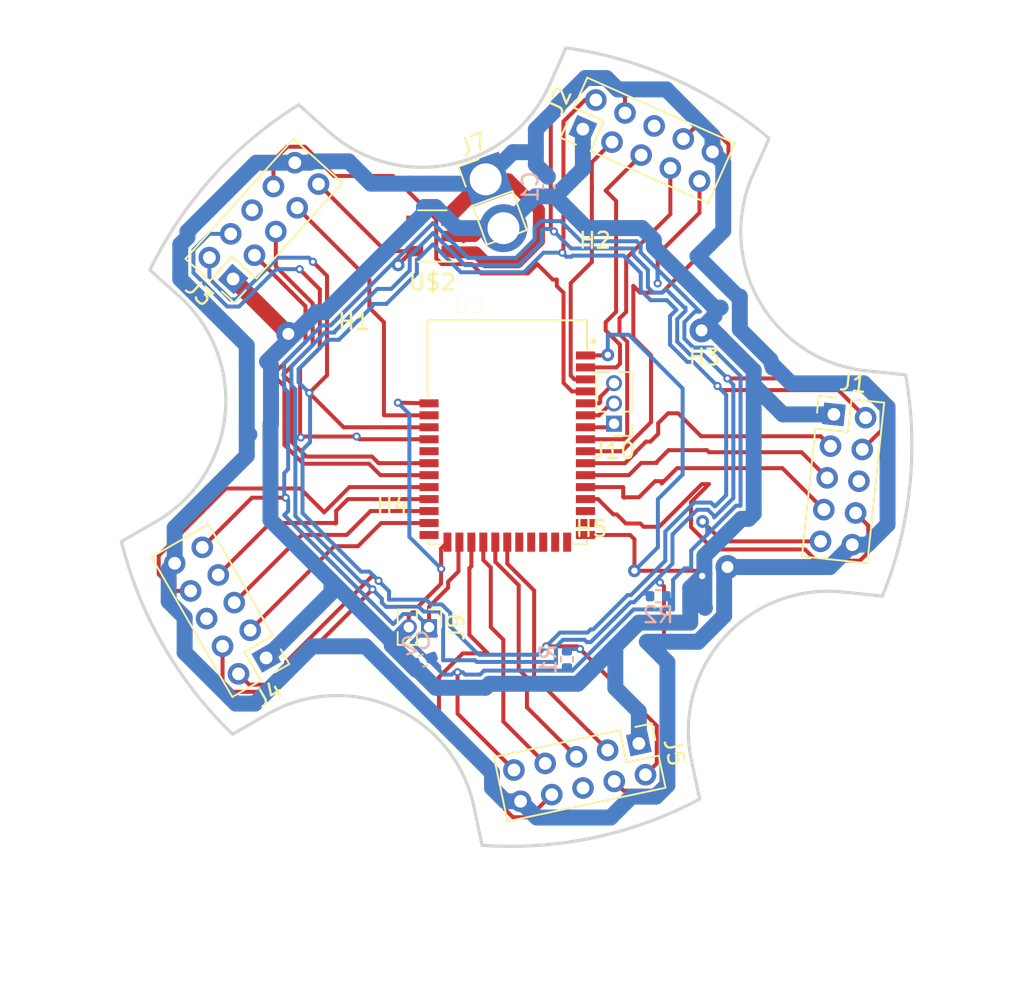
<source format=kicad_pcb>
(kicad_pcb (version 20171130) (host pcbnew 5.1.9-73d0e3b20d~88~ubuntu18.04.1)

  (general
    (thickness 1.6)
    (drawings 20)
    (tracks 726)
    (zones 0)
    (modules 19)
    (nets 44)
  )

  (page A4)
  (layers
    (0 F.Cu signal)
    (31 B.Cu signal)
    (32 B.Adhes user)
    (33 F.Adhes user)
    (34 B.Paste user)
    (35 F.Paste user)
    (36 B.SilkS user)
    (37 F.SilkS user)
    (38 B.Mask user)
    (39 F.Mask user)
    (40 Dwgs.User user)
    (41 Cmts.User user)
    (42 Eco1.User user)
    (43 Eco2.User user)
    (44 Edge.Cuts user)
    (45 Margin user)
    (46 B.CrtYd user)
    (47 F.CrtYd user)
    (48 B.Fab user)
    (49 F.Fab user)
  )

  (setup
    (last_trace_width 0.25)
    (user_trace_width 0.2)
    (user_trace_width 0.25)
    (user_trace_width 0.5)
    (user_trace_width 0.75)
    (user_trace_width 1)
    (trace_clearance 0.2)
    (zone_clearance 0.508)
    (zone_45_only no)
    (trace_min 0.2)
    (via_size 0.8)
    (via_drill 0.4)
    (via_min_size 0.5)
    (via_min_drill 0.254)
    (user_via 0.508 0.254)
    (user_via 1 0.5)
    (user_via 1.5 0.75)
    (uvia_size 0.3)
    (uvia_drill 0.1)
    (uvias_allowed no)
    (uvia_min_size 0.2)
    (uvia_min_drill 0.1)
    (edge_width 0.05)
    (segment_width 0.2)
    (pcb_text_width 0.3)
    (pcb_text_size 1.5 1.5)
    (mod_edge_width 0.12)
    (mod_text_size 1 1)
    (mod_text_width 0.15)
    (pad_size 3 3)
    (pad_drill 2)
    (pad_to_mask_clearance 0.05)
    (aux_axis_origin 0 0)
    (visible_elements FFF9FF1F)
    (pcbplotparams
      (layerselection 0x010fc_ffffffff)
      (usegerberextensions false)
      (usegerberattributes true)
      (usegerberadvancedattributes true)
      (creategerberjobfile true)
      (excludeedgelayer true)
      (linewidth 0.100000)
      (plotframeref false)
      (viasonmask false)
      (mode 1)
      (useauxorigin false)
      (hpglpennumber 1)
      (hpglpenspeed 20)
      (hpglpendiameter 15.000000)
      (psnegative false)
      (psa4output false)
      (plotreference true)
      (plotvalue true)
      (plotinvisibletext false)
      (padsonsilk false)
      (subtractmaskfromsilk false)
      (outputformat 1)
      (mirror false)
      (drillshape 1)
      (scaleselection 1)
      (outputdirectory ""))
  )

  (net 0 "")
  (net 1 GND)
  (net 2 /+3V)
  (net 3 +8V)
  (net 4 /SWDIO)
  (net 5 /SWDCLK)
  (net 6 /SMA1_SIG)
  (net 7 /SMA2_SIG)
  (net 8 /SMA3_SIG)
  (net 9 /SMA4_SIG)
  (net 10 /SMA5_SIG)
  (net 11 /SMA6_SIG)
  (net 12 /SMA7_SIG)
  (net 13 /SMA8_SIG)
  (net 14 /SMA9_SIG)
  (net 15 /SMA10_SIG)
  (net 16 /SMA11_SIG)
  (net 17 /SMA12_SIG)
  (net 18 /SMA13_SIG)
  (net 19 /SMA14_SIG)
  (net 20 /SMA15_SIG)
  (net 21 /SMA16_SIG)
  (net 22 /SMA17_SIG)
  (net 23 /SMA18_SIG)
  (net 24 /SMA19_SIG)
  (net 25 /SMA20_SIG)
  (net 26 "Net-(U3-Pad28)")
  (net 27 "Net-(U$2-Pad4)")
  (net 28 "Net-(U3-Pad17)")
  (net 29 "Net-(U3-Pad18)")
  (net 30 "Net-(U3-Pad20)")
  (net 31 "Net-(U3-Pad19)")
  (net 32 "Net-(U3-Pad21)")
  (net 33 "Net-(U3-Pad15)")
  (net 34 "Net-(U3-Pad14)")
  (net 35 "Net-(J10-Pad1)")
  (net 36 /SCL)
  (net 37 /SDA)
  (net 38 "Net-(U3-Pad35)")
  (net 39 "Net-(J2-Pad6)")
  (net 40 "Net-(J1-Pad6)")
  (net 41 "Net-(J3-Pad6)")
  (net 42 "Net-(J4-Pad6)")
  (net 43 "Net-(J5-Pad6)")

  (net_class Default "This is the default net class."
    (clearance 0.2)
    (trace_width 0.25)
    (via_dia 0.8)
    (via_drill 0.4)
    (uvia_dia 0.3)
    (uvia_drill 0.1)
    (add_net +8V)
    (add_net /+3V)
    (add_net /SCL)
    (add_net /SDA)
    (add_net /SMA10_SIG)
    (add_net /SMA11_SIG)
    (add_net /SMA12_SIG)
    (add_net /SMA13_SIG)
    (add_net /SMA14_SIG)
    (add_net /SMA15_SIG)
    (add_net /SMA16_SIG)
    (add_net /SMA17_SIG)
    (add_net /SMA18_SIG)
    (add_net /SMA19_SIG)
    (add_net /SMA1_SIG)
    (add_net /SMA20_SIG)
    (add_net /SMA2_SIG)
    (add_net /SMA3_SIG)
    (add_net /SMA4_SIG)
    (add_net /SMA5_SIG)
    (add_net /SMA6_SIG)
    (add_net /SMA7_SIG)
    (add_net /SMA8_SIG)
    (add_net /SMA9_SIG)
    (add_net /SWDCLK)
    (add_net /SWDIO)
    (add_net GND)
    (add_net "Net-(J1-Pad6)")
    (add_net "Net-(J10-Pad1)")
    (add_net "Net-(J2-Pad6)")
    (add_net "Net-(J3-Pad6)")
    (add_net "Net-(J4-Pad6)")
    (add_net "Net-(J5-Pad6)")
    (add_net "Net-(U$2-Pad4)")
    (add_net "Net-(U3-Pad14)")
    (add_net "Net-(U3-Pad15)")
    (add_net "Net-(U3-Pad17)")
    (add_net "Net-(U3-Pad18)")
    (add_net "Net-(U3-Pad19)")
    (add_net "Net-(U3-Pad20)")
    (add_net "Net-(U3-Pad21)")
    (add_net "Net-(U3-Pad28)")
    (add_net "Net-(U3-Pad35)")
  )

  (module MountingHole:MountingHole_2mm (layer F.Cu) (tedit 5B924920) (tstamp 6067D25D)
    (at 114.11458 117.8052)
    (descr "Mounting Hole 2mm, no annular")
    (tags "mounting hole 2mm no annular")
    (path /60699CC6)
    (attr virtual)
    (fp_text reference H5 (at 0 -3.2) (layer F.SilkS)
      (effects (font (size 1 1) (thickness 0.15)))
    )
    (fp_text value MountingHole (at 0 3.1) (layer F.Fab)
      (effects (font (size 1 1) (thickness 0.15)))
    )
    (fp_circle (center 0 0) (end 2.25 0) (layer F.CrtYd) (width 0.05))
    (fp_circle (center 0 0) (end 2 0) (layer Cmts.User) (width 0.15))
    (fp_text user %R (at 0.3 0) (layer F.Fab)
      (effects (font (size 1 1) (thickness 0.15)))
    )
    (pad "" np_thru_hole circle (at 0 0) (size 2 2) (drill 2) (layers *.Cu *.Mask))
  )

  (module MountingHole:MountingHole_2mm (layer F.Cu) (tedit 5B924920) (tstamp 6067D255)
    (at 101.63302 116.3701)
    (descr "Mounting Hole 2mm, no annular")
    (tags "mounting hole 2mm no annular")
    (path /606989C6)
    (attr virtual)
    (fp_text reference H4 (at 0 -3.2) (layer F.SilkS)
      (effects (font (size 1 1) (thickness 0.15)))
    )
    (fp_text value MountingHole (at 0 3.1) (layer F.Fab)
      (effects (font (size 1 1) (thickness 0.15)))
    )
    (fp_circle (center 0 0) (end 2.25 0) (layer F.CrtYd) (width 0.05))
    (fp_circle (center 0 0) (end 2 0) (layer Cmts.User) (width 0.15))
    (fp_text user %R (at 0.3 0) (layer F.Fab)
      (effects (font (size 1 1) (thickness 0.15)))
    )
    (pad "" np_thru_hole circle (at 0 0) (size 2 2) (drill 2) (layers *.Cu *.Mask))
  )

  (module MountingHole:MountingHole_2mm (layer F.Cu) (tedit 5B924920) (tstamp 6067D24D)
    (at 121.19102 107.06354)
    (descr "Mounting Hole 2mm, no annular")
    (tags "mounting hole 2mm no annular")
    (path /60698595)
    (attr virtual)
    (fp_text reference H3 (at 0 -3.2) (layer F.SilkS)
      (effects (font (size 1 1) (thickness 0.15)))
    )
    (fp_text value MountingHole (at 0 3.1) (layer F.Fab)
      (effects (font (size 1 1) (thickness 0.15)))
    )
    (fp_circle (center 0 0) (end 2.25 0) (layer F.CrtYd) (width 0.05))
    (fp_circle (center 0 0) (end 2 0) (layer Cmts.User) (width 0.15))
    (fp_text user %R (at 0.3 0) (layer F.Fab)
      (effects (font (size 1 1) (thickness 0.15)))
    )
    (pad "" np_thru_hole circle (at 0 0) (size 2 2) (drill 2) (layers *.Cu *.Mask))
  )

  (module MountingHole:MountingHole_2mm (layer F.Cu) (tedit 5B924920) (tstamp 6067D245)
    (at 114.33048 99.7458)
    (descr "Mounting Hole 2mm, no annular")
    (tags "mounting hole 2mm no annular")
    (path /6069901A)
    (attr virtual)
    (fp_text reference H2 (at 0 -3.2) (layer F.SilkS)
      (effects (font (size 1 1) (thickness 0.15)))
    )
    (fp_text value MountingHole (at 0 3.1) (layer F.Fab)
      (effects (font (size 1 1) (thickness 0.15)))
    )
    (fp_circle (center 0 0) (end 2.25 0) (layer F.CrtYd) (width 0.05))
    (fp_circle (center 0 0) (end 2 0) (layer Cmts.User) (width 0.15))
    (fp_text user %R (at 0.3 0) (layer F.Fab)
      (effects (font (size 1 1) (thickness 0.15)))
    )
    (pad "" np_thru_hole circle (at 0 0) (size 2 2) (drill 2) (layers *.Cu *.Mask))
  )

  (module MountingHole:MountingHole_2mm (layer F.Cu) (tedit 5B924920) (tstamp 6067CC3E)
    (at 99.2378 104.84104)
    (descr "Mounting Hole 2mm, no annular")
    (tags "mounting hole 2mm no annular")
    (path /60699641)
    (attr virtual)
    (fp_text reference H1 (at 0 -3.2) (layer F.SilkS)
      (effects (font (size 1 1) (thickness 0.15)))
    )
    (fp_text value MountingHole (at 0 3.1) (layer F.Fab)
      (effects (font (size 1 1) (thickness 0.15)))
    )
    (fp_circle (center 0 0) (end 2.25 0) (layer F.CrtYd) (width 0.05))
    (fp_circle (center 0 0) (end 2 0) (layer Cmts.User) (width 0.15))
    (fp_text user %R (at 0.3 0) (layer F.Fab)
      (effects (font (size 1 1) (thickness 0.15)))
    )
    (pad "" np_thru_hole circle (at 0 0) (size 2 2) (drill 2) (layers *.Cu *.Mask))
  )

  (module Connector_PinHeader_2.00mm:PinHeader_2x05_P2.00mm_Vertical (layer F.Cu) (tedit 59FED667) (tstamp 6047221D)
    (at 117.080487 128.065238 282)
    (descr "Through hole straight pin header, 2x05, 2.00mm pitch, double rows")
    (tags "Through hole pin header THT 2x05 2.00mm double row")
    (path /60489940)
    (fp_text reference J5 (at 1 -2.06 102) (layer F.SilkS)
      (effects (font (size 1 1) (thickness 0.15)))
    )
    (fp_text value Conn_02x05_Counter_Clockwise (at 1 10.06 102) (layer F.Fab)
      (effects (font (size 1 1) (thickness 0.15)))
    )
    (fp_line (start 0 -1) (end 3 -1) (layer F.Fab) (width 0.1))
    (fp_line (start 3 -1) (end 3 9) (layer F.Fab) (width 0.1))
    (fp_line (start 3 9) (end -1 9) (layer F.Fab) (width 0.1))
    (fp_line (start -1 9) (end -1 0) (layer F.Fab) (width 0.1))
    (fp_line (start -1 0) (end 0 -1) (layer F.Fab) (width 0.1))
    (fp_line (start -1.06 9.06) (end 3.06 9.06) (layer F.SilkS) (width 0.12))
    (fp_line (start -1.06 1) (end -1.06 9.06) (layer F.SilkS) (width 0.12))
    (fp_line (start 3.06 -1.06) (end 3.06 9.06) (layer F.SilkS) (width 0.12))
    (fp_line (start -1.06 1) (end 1 1) (layer F.SilkS) (width 0.12))
    (fp_line (start 1 1) (end 1 -1.06) (layer F.SilkS) (width 0.12))
    (fp_line (start 1 -1.06) (end 3.06 -1.06) (layer F.SilkS) (width 0.12))
    (fp_line (start -1.06 0) (end -1.06 -1.06) (layer F.SilkS) (width 0.12))
    (fp_line (start -1.06 -1.06) (end 0 -1.06) (layer F.SilkS) (width 0.12))
    (fp_line (start -1.5 -1.5) (end -1.5 9.5) (layer F.CrtYd) (width 0.05))
    (fp_line (start -1.5 9.5) (end 3.5 9.5) (layer F.CrtYd) (width 0.05))
    (fp_line (start 3.5 9.5) (end 3.5 -1.5) (layer F.CrtYd) (width 0.05))
    (fp_line (start 3.5 -1.5) (end -1.5 -1.5) (layer F.CrtYd) (width 0.05))
    (fp_text user %R (at 1 4 12) (layer F.Fab)
      (effects (font (size 1 1) (thickness 0.15)))
    )
    (pad 10 thru_hole oval (at 2 8 282) (size 1.35 1.35) (drill 0.8) (layers *.Cu *.Mask)
      (net 3 +8V))
    (pad 9 thru_hole oval (at 0 8 282) (size 1.35 1.35) (drill 0.8) (layers *.Cu *.Mask)
      (net 2 /+3V))
    (pad 8 thru_hole oval (at 2 6 282) (size 1.35 1.35) (drill 0.8) (layers *.Cu *.Mask)
      (net 10 /SMA5_SIG))
    (pad 7 thru_hole oval (at 0 6 282) (size 1.35 1.35) (drill 0.8) (layers *.Cu *.Mask)
      (net 11 /SMA6_SIG))
    (pad 6 thru_hole oval (at 2 4 282) (size 1.35 1.35) (drill 0.8) (layers *.Cu *.Mask)
      (net 43 "Net-(J5-Pad6)"))
    (pad 5 thru_hole oval (at 0 4 282) (size 1.35 1.35) (drill 0.8) (layers *.Cu *.Mask)
      (net 12 /SMA7_SIG))
    (pad 4 thru_hole oval (at 2 2 282) (size 1.35 1.35) (drill 0.8) (layers *.Cu *.Mask)
      (net 36 /SCL))
    (pad 3 thru_hole oval (at 0 2 282) (size 1.35 1.35) (drill 0.8) (layers *.Cu *.Mask)
      (net 13 /SMA8_SIG))
    (pad 2 thru_hole oval (at 2 0 282) (size 1.35 1.35) (drill 0.8) (layers *.Cu *.Mask)
      (net 37 /SDA))
    (pad 1 thru_hole rect (at 0 0 282) (size 1.35 1.35) (drill 0.8) (layers *.Cu *.Mask)
      (net 1 GND))
    (model ${KISYS3DMOD}/Connector_PinHeader_2.00mm.3dshapes/PinHeader_2x05_P2.00mm_Vertical.wrl
      (at (xyz 0 0 0))
      (scale (xyz 1 1 1))
      (rotate (xyz 0 0 0))
    )
  )

  (module Connector_PinHeader_2.00mm:PinHeader_2x05_P2.00mm_Vertical (layer F.Cu) (tedit 59FED667) (tstamp 604721FD)
    (at 93.72956 122.701862 210)
    (descr "Through hole straight pin header, 2x05, 2.00mm pitch, double rows")
    (tags "Through hole pin header THT 2x05 2.00mm double row")
    (path /60488DE7)
    (fp_text reference J4 (at 1 -2.06 30) (layer F.SilkS)
      (effects (font (size 1 1) (thickness 0.15)))
    )
    (fp_text value Conn_02x05_Counter_Clockwise (at 1 10.06 30) (layer F.Fab)
      (effects (font (size 1 1) (thickness 0.15)))
    )
    (fp_line (start 0 -1) (end 3 -1) (layer F.Fab) (width 0.1))
    (fp_line (start 3 -1) (end 3 9) (layer F.Fab) (width 0.1))
    (fp_line (start 3 9) (end -1 9) (layer F.Fab) (width 0.1))
    (fp_line (start -1 9) (end -1 0) (layer F.Fab) (width 0.1))
    (fp_line (start -1 0) (end 0 -1) (layer F.Fab) (width 0.1))
    (fp_line (start -1.06 9.06) (end 3.06 9.06) (layer F.SilkS) (width 0.12))
    (fp_line (start -1.06 1) (end -1.06 9.06) (layer F.SilkS) (width 0.12))
    (fp_line (start 3.06 -1.06) (end 3.06 9.06) (layer F.SilkS) (width 0.12))
    (fp_line (start -1.06 1) (end 1 1) (layer F.SilkS) (width 0.12))
    (fp_line (start 1 1) (end 1 -1.06) (layer F.SilkS) (width 0.12))
    (fp_line (start 1 -1.06) (end 3.06 -1.06) (layer F.SilkS) (width 0.12))
    (fp_line (start -1.06 0) (end -1.06 -1.06) (layer F.SilkS) (width 0.12))
    (fp_line (start -1.06 -1.06) (end 0 -1.06) (layer F.SilkS) (width 0.12))
    (fp_line (start -1.5 -1.5) (end -1.5 9.5) (layer F.CrtYd) (width 0.05))
    (fp_line (start -1.5 9.5) (end 3.5 9.5) (layer F.CrtYd) (width 0.05))
    (fp_line (start 3.5 9.5) (end 3.5 -1.5) (layer F.CrtYd) (width 0.05))
    (fp_line (start 3.5 -1.5) (end -1.5 -1.5) (layer F.CrtYd) (width 0.05))
    (fp_text user %R (at 1 4 120) (layer F.Fab)
      (effects (font (size 1 1) (thickness 0.15)))
    )
    (pad 10 thru_hole oval (at 2 8 210) (size 1.35 1.35) (drill 0.8) (layers *.Cu *.Mask)
      (net 3 +8V))
    (pad 9 thru_hole oval (at 0 8 210) (size 1.35 1.35) (drill 0.8) (layers *.Cu *.Mask)
      (net 2 /+3V))
    (pad 8 thru_hole oval (at 2 6 210) (size 1.35 1.35) (drill 0.8) (layers *.Cu *.Mask)
      (net 6 /SMA1_SIG))
    (pad 7 thru_hole oval (at 0 6 210) (size 1.35 1.35) (drill 0.8) (layers *.Cu *.Mask)
      (net 7 /SMA2_SIG))
    (pad 6 thru_hole oval (at 2 4 210) (size 1.35 1.35) (drill 0.8) (layers *.Cu *.Mask)
      (net 42 "Net-(J4-Pad6)"))
    (pad 5 thru_hole oval (at 0 4 210) (size 1.35 1.35) (drill 0.8) (layers *.Cu *.Mask)
      (net 8 /SMA3_SIG))
    (pad 4 thru_hole oval (at 2 2 210) (size 1.35 1.35) (drill 0.8) (layers *.Cu *.Mask)
      (net 36 /SCL))
    (pad 3 thru_hole oval (at 0 2 210) (size 1.35 1.35) (drill 0.8) (layers *.Cu *.Mask)
      (net 9 /SMA4_SIG))
    (pad 2 thru_hole oval (at 2 0 210) (size 1.35 1.35) (drill 0.8) (layers *.Cu *.Mask)
      (net 37 /SDA))
    (pad 1 thru_hole rect (at 0 0 210) (size 1.35 1.35) (drill 0.8) (layers *.Cu *.Mask)
      (net 1 GND))
    (model ${KISYS3DMOD}/Connector_PinHeader_2.00mm.3dshapes/PinHeader_2x05_P2.00mm_Vertical.wrl
      (at (xyz 0 0 0))
      (scale (xyz 1 1 1))
      (rotate (xyz 0 0 0))
    )
  )

  (module Connector_PinHeader_2.00mm:PinHeader_2x05_P2.00mm_Vertical (layer F.Cu) (tedit 59FED667) (tstamp 604721DD)
    (at 91.659467 98.958861 138)
    (descr "Through hole straight pin header, 2x05, 2.00mm pitch, double rows")
    (tags "Through hole pin header THT 2x05 2.00mm double row")
    (path /604880A8)
    (fp_text reference J3 (at 1 -2.06 138) (layer F.SilkS)
      (effects (font (size 1 1) (thickness 0.15)))
    )
    (fp_text value Conn_02x05_Counter_Clockwise (at 1 10.06 138) (layer F.Fab)
      (effects (font (size 1 1) (thickness 0.15)))
    )
    (fp_line (start 0 -1) (end 3 -1) (layer F.Fab) (width 0.1))
    (fp_line (start 3 -1) (end 3 9) (layer F.Fab) (width 0.1))
    (fp_line (start 3 9) (end -1 9) (layer F.Fab) (width 0.1))
    (fp_line (start -1 9) (end -1 0) (layer F.Fab) (width 0.1))
    (fp_line (start -1 0) (end 0 -1) (layer F.Fab) (width 0.1))
    (fp_line (start -1.06 9.06) (end 3.06 9.06) (layer F.SilkS) (width 0.12))
    (fp_line (start -1.06 1) (end -1.06 9.06) (layer F.SilkS) (width 0.12))
    (fp_line (start 3.06 -1.06) (end 3.06 9.06) (layer F.SilkS) (width 0.12))
    (fp_line (start -1.06 1) (end 1 1) (layer F.SilkS) (width 0.12))
    (fp_line (start 1 1) (end 1 -1.06) (layer F.SilkS) (width 0.12))
    (fp_line (start 1 -1.06) (end 3.06 -1.06) (layer F.SilkS) (width 0.12))
    (fp_line (start -1.06 0) (end -1.06 -1.06) (layer F.SilkS) (width 0.12))
    (fp_line (start -1.06 -1.06) (end 0 -1.06) (layer F.SilkS) (width 0.12))
    (fp_line (start -1.5 -1.5) (end -1.5 9.5) (layer F.CrtYd) (width 0.05))
    (fp_line (start -1.5 9.5) (end 3.5 9.5) (layer F.CrtYd) (width 0.05))
    (fp_line (start 3.5 9.5) (end 3.5 -1.5) (layer F.CrtYd) (width 0.05))
    (fp_line (start 3.5 -1.5) (end -1.5 -1.5) (layer F.CrtYd) (width 0.05))
    (fp_text user %R (at 1 4 48) (layer F.Fab)
      (effects (font (size 1 1) (thickness 0.15)))
    )
    (pad 10 thru_hole oval (at 2 8 138) (size 1.35 1.35) (drill 0.8) (layers *.Cu *.Mask)
      (net 3 +8V))
    (pad 9 thru_hole oval (at 0 8 138) (size 1.35 1.35) (drill 0.8) (layers *.Cu *.Mask)
      (net 2 /+3V))
    (pad 8 thru_hole oval (at 2 6 138) (size 1.35 1.35) (drill 0.8) (layers *.Cu *.Mask)
      (net 22 /SMA17_SIG))
    (pad 7 thru_hole oval (at 0 6 138) (size 1.35 1.35) (drill 0.8) (layers *.Cu *.Mask)
      (net 23 /SMA18_SIG))
    (pad 6 thru_hole oval (at 2 4 138) (size 1.35 1.35) (drill 0.8) (layers *.Cu *.Mask)
      (net 41 "Net-(J3-Pad6)"))
    (pad 5 thru_hole oval (at 0 4 138) (size 1.35 1.35) (drill 0.8) (layers *.Cu *.Mask)
      (net 24 /SMA19_SIG))
    (pad 4 thru_hole oval (at 2 2 138) (size 1.35 1.35) (drill 0.8) (layers *.Cu *.Mask)
      (net 36 /SCL))
    (pad 3 thru_hole oval (at 0 2 138) (size 1.35 1.35) (drill 0.8) (layers *.Cu *.Mask)
      (net 25 /SMA20_SIG))
    (pad 2 thru_hole oval (at 2 0 138) (size 1.35 1.35) (drill 0.8) (layers *.Cu *.Mask)
      (net 37 /SDA))
    (pad 1 thru_hole rect (at 0 0 138) (size 1.35 1.35) (drill 0.8) (layers *.Cu *.Mask)
      (net 1 GND))
    (model ${KISYS3DMOD}/Connector_PinHeader_2.00mm.3dshapes/PinHeader_2x05_P2.00mm_Vertical.wrl
      (at (xyz 0 0 0))
      (scale (xyz 1 1 1))
      (rotate (xyz 0 0 0))
    )
  )

  (module Connector_PinHeader_2.00mm:PinHeader_2x05_P2.00mm_Vertical (layer F.Cu) (tedit 59FED667) (tstamp 604721BD)
    (at 113.572887 89.571391 66)
    (descr "Through hole straight pin header, 2x05, 2.00mm pitch, double rows")
    (tags "Through hole pin header THT 2x05 2.00mm double row")
    (path /60487128)
    (fp_text reference J2 (at 1 -2.06 66) (layer F.SilkS)
      (effects (font (size 1 1) (thickness 0.15)))
    )
    (fp_text value Conn_02x05_Counter_Clockwise (at 1 10.06 66) (layer F.Fab)
      (effects (font (size 1 1) (thickness 0.15)))
    )
    (fp_line (start 0 -1) (end 3 -1) (layer F.Fab) (width 0.1))
    (fp_line (start 3 -1) (end 3 9) (layer F.Fab) (width 0.1))
    (fp_line (start 3 9) (end -1 9) (layer F.Fab) (width 0.1))
    (fp_line (start -1 9) (end -1 0) (layer F.Fab) (width 0.1))
    (fp_line (start -1 0) (end 0 -1) (layer F.Fab) (width 0.1))
    (fp_line (start -1.06 9.06) (end 3.06 9.06) (layer F.SilkS) (width 0.12))
    (fp_line (start -1.06 1) (end -1.06 9.06) (layer F.SilkS) (width 0.12))
    (fp_line (start 3.06 -1.06) (end 3.06 9.06) (layer F.SilkS) (width 0.12))
    (fp_line (start -1.06 1) (end 1 1) (layer F.SilkS) (width 0.12))
    (fp_line (start 1 1) (end 1 -1.06) (layer F.SilkS) (width 0.12))
    (fp_line (start 1 -1.06) (end 3.06 -1.06) (layer F.SilkS) (width 0.12))
    (fp_line (start -1.06 0) (end -1.06 -1.06) (layer F.SilkS) (width 0.12))
    (fp_line (start -1.06 -1.06) (end 0 -1.06) (layer F.SilkS) (width 0.12))
    (fp_line (start -1.5 -1.5) (end -1.5 9.5) (layer F.CrtYd) (width 0.05))
    (fp_line (start -1.5 9.5) (end 3.5 9.5) (layer F.CrtYd) (width 0.05))
    (fp_line (start 3.5 9.5) (end 3.5 -1.5) (layer F.CrtYd) (width 0.05))
    (fp_line (start 3.5 -1.5) (end -1.5 -1.5) (layer F.CrtYd) (width 0.05))
    (fp_text user %R (at 1 4 156) (layer F.Fab)
      (effects (font (size 1 1) (thickness 0.15)))
    )
    (pad 10 thru_hole oval (at 2 8 66) (size 1.35 1.35) (drill 0.8) (layers *.Cu *.Mask)
      (net 3 +8V))
    (pad 9 thru_hole oval (at 0 8 66) (size 1.35 1.35) (drill 0.8) (layers *.Cu *.Mask)
      (net 2 /+3V))
    (pad 8 thru_hole oval (at 2 6 66) (size 1.35 1.35) (drill 0.8) (layers *.Cu *.Mask)
      (net 18 /SMA13_SIG))
    (pad 7 thru_hole oval (at 0 6 66) (size 1.35 1.35) (drill 0.8) (layers *.Cu *.Mask)
      (net 19 /SMA14_SIG))
    (pad 6 thru_hole oval (at 2 4 66) (size 1.35 1.35) (drill 0.8) (layers *.Cu *.Mask)
      (net 39 "Net-(J2-Pad6)"))
    (pad 5 thru_hole oval (at 0 4 66) (size 1.35 1.35) (drill 0.8) (layers *.Cu *.Mask)
      (net 20 /SMA15_SIG))
    (pad 4 thru_hole oval (at 2 2 66) (size 1.35 1.35) (drill 0.8) (layers *.Cu *.Mask)
      (net 36 /SCL))
    (pad 3 thru_hole oval (at 0 2 66) (size 1.35 1.35) (drill 0.8) (layers *.Cu *.Mask)
      (net 21 /SMA16_SIG))
    (pad 2 thru_hole oval (at 2 0 66) (size 1.35 1.35) (drill 0.8) (layers *.Cu *.Mask)
      (net 37 /SDA))
    (pad 1 thru_hole rect (at 0 0 66) (size 1.35 1.35) (drill 0.8) (layers *.Cu *.Mask)
      (net 1 GND))
    (model ${KISYS3DMOD}/Connector_PinHeader_2.00mm.3dshapes/PinHeader_2x05_P2.00mm_Vertical.wrl
      (at (xyz 0 0 0))
      (scale (xyz 1 1 1))
      (rotate (xyz 0 0 0))
    )
  )

  (module Connector_PinHeader_2.00mm:PinHeader_2x05_P2.00mm_Vertical (layer F.Cu) (tedit 59FED667) (tstamp 6046F541)
    (at 129.30003 107.443315 354)
    (descr "Through hole straight pin header, 2x05, 2.00mm pitch, double rows")
    (tags "Through hole pin header THT 2x05 2.00mm double row")
    (path /60471947)
    (fp_text reference J1 (at 1 -2.06 174) (layer F.SilkS)
      (effects (font (size 1 1) (thickness 0.15)))
    )
    (fp_text value Conn_02x05_Counter_Clockwise (at 1 10.06 174) (layer F.Fab)
      (effects (font (size 1 1) (thickness 0.15)))
    )
    (fp_line (start 0 -1) (end 3 -1) (layer F.Fab) (width 0.1))
    (fp_line (start 3 -1) (end 3 9) (layer F.Fab) (width 0.1))
    (fp_line (start 3 9) (end -1 9) (layer F.Fab) (width 0.1))
    (fp_line (start -1 9) (end -1 0) (layer F.Fab) (width 0.1))
    (fp_line (start -1 0) (end 0 -1) (layer F.Fab) (width 0.1))
    (fp_line (start -1.06 9.06) (end 3.06 9.06) (layer F.SilkS) (width 0.12))
    (fp_line (start -1.06 1) (end -1.06 9.06) (layer F.SilkS) (width 0.12))
    (fp_line (start 3.06 -1.06) (end 3.06 9.06) (layer F.SilkS) (width 0.12))
    (fp_line (start -1.06 1) (end 1 1) (layer F.SilkS) (width 0.12))
    (fp_line (start 1 1) (end 1 -1.06) (layer F.SilkS) (width 0.12))
    (fp_line (start 1 -1.06) (end 3.06 -1.06) (layer F.SilkS) (width 0.12))
    (fp_line (start -1.06 0) (end -1.06 -1.06) (layer F.SilkS) (width 0.12))
    (fp_line (start -1.06 -1.06) (end 0 -1.06) (layer F.SilkS) (width 0.12))
    (fp_line (start -1.5 -1.5) (end -1.5 9.5) (layer F.CrtYd) (width 0.05))
    (fp_line (start -1.5 9.5) (end 3.5 9.5) (layer F.CrtYd) (width 0.05))
    (fp_line (start 3.5 9.5) (end 3.5 -1.5) (layer F.CrtYd) (width 0.05))
    (fp_line (start 3.5 -1.5) (end -1.5 -1.5) (layer F.CrtYd) (width 0.05))
    (fp_text user %R (at 1 4 84) (layer F.Fab)
      (effects (font (size 1 1) (thickness 0.15)))
    )
    (pad 10 thru_hole oval (at 2 8 354) (size 1.35 1.35) (drill 0.8) (layers *.Cu *.Mask)
      (net 3 +8V))
    (pad 9 thru_hole oval (at 0 8 354) (size 1.35 1.35) (drill 0.8) (layers *.Cu *.Mask)
      (net 2 /+3V))
    (pad 8 thru_hole oval (at 2 6 354) (size 1.35 1.35) (drill 0.8) (layers *.Cu *.Mask)
      (net 14 /SMA9_SIG))
    (pad 7 thru_hole oval (at 0 6 354) (size 1.35 1.35) (drill 0.8) (layers *.Cu *.Mask)
      (net 15 /SMA10_SIG))
    (pad 6 thru_hole oval (at 2 4 354) (size 1.35 1.35) (drill 0.8) (layers *.Cu *.Mask)
      (net 40 "Net-(J1-Pad6)"))
    (pad 5 thru_hole oval (at 0 4 354) (size 1.35 1.35) (drill 0.8) (layers *.Cu *.Mask)
      (net 16 /SMA11_SIG))
    (pad 4 thru_hole oval (at 2 2 354) (size 1.35 1.35) (drill 0.8) (layers *.Cu *.Mask)
      (net 36 /SCL))
    (pad 3 thru_hole oval (at 0 2 354) (size 1.35 1.35) (drill 0.8) (layers *.Cu *.Mask)
      (net 17 /SMA12_SIG))
    (pad 2 thru_hole oval (at 2 0 354) (size 1.35 1.35) (drill 0.8) (layers *.Cu *.Mask)
      (net 37 /SDA))
    (pad 1 thru_hole rect (at 0 0 354) (size 1.35 1.35) (drill 0.8) (layers *.Cu *.Mask)
      (net 1 GND))
    (model ${KISYS3DMOD}/Connector_PinHeader_2.00mm.3dshapes/PinHeader_2x05_P2.00mm_Vertical.wrl
      (at (xyz 0 0 0))
      (scale (xyz 1 1 1))
      (rotate (xyz 0 0 0))
    )
  )

  (module Connector_PinHeader_2.54mm:PinHeader_1x02_P2.54mm_Vertical (layer F.Cu) (tedit 60674C12) (tstamp 5F5BB0FF)
    (at 107.483911 92.715671 20)
    (descr "Through hole straight pin header, 1x02, 2.54mm pitch, single row")
    (tags "Through hole pin header THT 1x02 2.54mm single row")
    (path /1B1E17EB)
    (fp_text reference J7 (at 0 -2.33 20) (layer F.SilkS)
      (effects (font (size 1 1) (thickness 0.15)))
    )
    (fp_text value 61300211121 (at 0 4.87 20) (layer F.Fab)
      (effects (font (size 1 1) (thickness 0.15)))
    )
    (fp_line (start -0.635 -1.27) (end 1.27 -1.27) (layer F.Fab) (width 0.1))
    (fp_line (start 1.27 -1.27) (end 1.27 3.81) (layer F.Fab) (width 0.1))
    (fp_line (start 1.27 3.81) (end -1.27 3.81) (layer F.Fab) (width 0.1))
    (fp_line (start -1.27 3.81) (end -1.27 -0.635) (layer F.Fab) (width 0.1))
    (fp_line (start -1.27 -0.635) (end -0.635 -1.27) (layer F.Fab) (width 0.1))
    (fp_line (start -1.33 3.87) (end 1.33 3.87) (layer F.SilkS) (width 0.12))
    (fp_line (start -1.33 1.27) (end -1.33 3.87) (layer F.SilkS) (width 0.12))
    (fp_line (start 1.33 1.27) (end 1.33 3.87) (layer F.SilkS) (width 0.12))
    (fp_line (start -1.33 1.27) (end 1.33 1.27) (layer F.SilkS) (width 0.12))
    (fp_line (start -1.33 0) (end -1.33 -1.33) (layer F.SilkS) (width 0.12))
    (fp_line (start -1.33 -1.33) (end 0 -1.33) (layer F.SilkS) (width 0.12))
    (fp_line (start -1.8 -1.8) (end -1.8 4.35) (layer F.CrtYd) (width 0.05))
    (fp_line (start -1.8 4.35) (end 1.8 4.35) (layer F.CrtYd) (width 0.05))
    (fp_line (start 1.8 4.35) (end 1.8 -1.8) (layer F.CrtYd) (width 0.05))
    (fp_line (start 1.8 -1.8) (end -1.8 -1.8) (layer F.CrtYd) (width 0.05))
    (fp_text user %R (at 0 1.27 110) (layer F.Fab)
      (effects (font (size 1 1) (thickness 0.15)))
    )
    (pad 1 thru_hole rect (at 0 0 20) (size 2.7 2.7) (drill 2) (layers *.Cu *.Mask)
      (net 3 +8V))
    (pad 2 thru_hole oval (at 0 3.2565 20) (size 3 3) (drill 2) (layers *.Cu *.Mask)
      (net 1 GND))
    (model ${KISYS3DMOD}/Connector_PinHeader_2.54mm.3dshapes/PinHeader_1x02_P2.54mm_Vertical.wrl
      (at (xyz 0 0 0))
      (scale (xyz 1 1 1))
      (rotate (xyz 0 0 0))
    )
  )

  (module Resistor_SMD:R_0402_1005Metric (layer B.Cu) (tedit 5F68FEEE) (tstamp 6042194A)
    (at 118.29234 118.83644)
    (descr "Resistor SMD 0402 (1005 Metric), square (rectangular) end terminal, IPC_7351 nominal, (Body size source: IPC-SM-782 page 72, https://www.pcb-3d.com/wordpress/wp-content/uploads/ipc-sm-782a_amendment_1_and_2.pdf), generated with kicad-footprint-generator")
    (tags resistor)
    (path /604D5854)
    (attr smd)
    (fp_text reference R2 (at 0 1.17) (layer B.SilkS)
      (effects (font (size 1 1) (thickness 0.15)) (justify mirror))
    )
    (fp_text value " " (at 0 -1.17) (layer B.Fab)
      (effects (font (size 1 1) (thickness 0.15)) (justify mirror))
    )
    (fp_line (start -0.525 -0.27) (end -0.525 0.27) (layer B.Fab) (width 0.1))
    (fp_line (start -0.525 0.27) (end 0.525 0.27) (layer B.Fab) (width 0.1))
    (fp_line (start 0.525 0.27) (end 0.525 -0.27) (layer B.Fab) (width 0.1))
    (fp_line (start 0.525 -0.27) (end -0.525 -0.27) (layer B.Fab) (width 0.1))
    (fp_line (start -0.153641 0.38) (end 0.153641 0.38) (layer B.SilkS) (width 0.12))
    (fp_line (start -0.153641 -0.38) (end 0.153641 -0.38) (layer B.SilkS) (width 0.12))
    (fp_line (start -0.93 -0.47) (end -0.93 0.47) (layer B.CrtYd) (width 0.05))
    (fp_line (start -0.93 0.47) (end 0.93 0.47) (layer B.CrtYd) (width 0.05))
    (fp_line (start 0.93 0.47) (end 0.93 -0.47) (layer B.CrtYd) (width 0.05))
    (fp_line (start 0.93 -0.47) (end -0.93 -0.47) (layer B.CrtYd) (width 0.05))
    (fp_text user %R (at 0 0) (layer B.Fab)
      (effects (font (size 0.26 0.26) (thickness 0.04)) (justify mirror))
    )
    (pad 2 smd roundrect (at 0.51 0) (size 0.54 0.64) (layers B.Cu B.Paste B.Mask) (roundrect_rratio 0.25)
      (net 2 /+3V))
    (pad 1 smd roundrect (at -0.51 0) (size 0.54 0.64) (layers B.Cu B.Paste B.Mask) (roundrect_rratio 0.25)
      (net 36 /SCL))
    (model ${KISYS3DMOD}/Resistor_SMD.3dshapes/R_0402_1005Metric.wrl
      (at (xyz 0 0 0))
      (scale (xyz 1 1 1))
      (rotate (xyz 0 0 0))
    )
  )

  (module Resistor_SMD:R_0402_1005Metric (layer B.Cu) (tedit 5F68FEEE) (tstamp 60421939)
    (at 112.57534 122.79322 270)
    (descr "Resistor SMD 0402 (1005 Metric), square (rectangular) end terminal, IPC_7351 nominal, (Body size source: IPC-SM-782 page 72, https://www.pcb-3d.com/wordpress/wp-content/uploads/ipc-sm-782a_amendment_1_and_2.pdf), generated with kicad-footprint-generator")
    (tags resistor)
    (path /604D3AEF)
    (attr smd)
    (fp_text reference R1 (at 0 1.17 270) (layer B.SilkS)
      (effects (font (size 1 1) (thickness 0.15)) (justify mirror))
    )
    (fp_text value " " (at 0 -1.17 270) (layer B.Fab)
      (effects (font (size 1 1) (thickness 0.15)) (justify mirror))
    )
    (fp_line (start -0.525 -0.27) (end -0.525 0.27) (layer B.Fab) (width 0.1))
    (fp_line (start -0.525 0.27) (end 0.525 0.27) (layer B.Fab) (width 0.1))
    (fp_line (start 0.525 0.27) (end 0.525 -0.27) (layer B.Fab) (width 0.1))
    (fp_line (start 0.525 -0.27) (end -0.525 -0.27) (layer B.Fab) (width 0.1))
    (fp_line (start -0.153641 0.38) (end 0.153641 0.38) (layer B.SilkS) (width 0.12))
    (fp_line (start -0.153641 -0.38) (end 0.153641 -0.38) (layer B.SilkS) (width 0.12))
    (fp_line (start -0.93 -0.47) (end -0.93 0.47) (layer B.CrtYd) (width 0.05))
    (fp_line (start -0.93 0.47) (end 0.93 0.47) (layer B.CrtYd) (width 0.05))
    (fp_line (start 0.93 0.47) (end 0.93 -0.47) (layer B.CrtYd) (width 0.05))
    (fp_line (start 0.93 -0.47) (end -0.93 -0.47) (layer B.CrtYd) (width 0.05))
    (fp_text user %R (at 0 0 270) (layer B.Fab)
      (effects (font (size 0.26 0.26) (thickness 0.04)) (justify mirror))
    )
    (pad 2 smd roundrect (at 0.51 0 270) (size 0.54 0.64) (layers B.Cu B.Paste B.Mask) (roundrect_rratio 0.25)
      (net 2 /+3V))
    (pad 1 smd roundrect (at -0.51 0 270) (size 0.54 0.64) (layers B.Cu B.Paste B.Mask) (roundrect_rratio 0.25)
      (net 37 /SDA))
    (model ${KISYS3DMOD}/Resistor_SMD.3dshapes/R_0402_1005Metric.wrl
      (at (xyz 0 0 0))
      (scale (xyz 1 1 1))
      (rotate (xyz 0 0 0))
    )
  )

  (module Capacitor_SMD:C_0402_1005Metric_Pad0.74x0.62mm_HandSolder (layer B.Cu) (tedit 5F6BB22C) (tstamp 60421580)
    (at 103.550844 122.871016 200)
    (descr "Capacitor SMD 0402 (1005 Metric), square (rectangular) end terminal, IPC_7351 nominal with elongated pad for handsoldering. (Body size source: IPC-SM-782 page 76, https://www.pcb-3d.com/wordpress/wp-content/uploads/ipc-sm-782a_amendment_1_and_2.pdf), generated with kicad-footprint-generator")
    (tags "capacitor handsolder")
    (path /733CA19D)
    (attr smd)
    (fp_text reference C2 (at 0 1.16 20) (layer B.SilkS)
      (effects (font (size 1 1) (thickness 0.15)) (justify mirror))
    )
    (fp_text value C-USC0402 (at 0 -1.16 20) (layer B.Fab)
      (effects (font (size 1 1) (thickness 0.15)) (justify mirror))
    )
    (fp_line (start -0.5 -0.25) (end -0.5 0.25) (layer B.Fab) (width 0.1))
    (fp_line (start -0.5 0.25) (end 0.5 0.25) (layer B.Fab) (width 0.1))
    (fp_line (start 0.5 0.25) (end 0.5 -0.25) (layer B.Fab) (width 0.1))
    (fp_line (start 0.5 -0.25) (end -0.5 -0.25) (layer B.Fab) (width 0.1))
    (fp_line (start -0.115835 0.36) (end 0.115835 0.36) (layer B.SilkS) (width 0.12))
    (fp_line (start -0.115835 -0.36) (end 0.115835 -0.36) (layer B.SilkS) (width 0.12))
    (fp_line (start -1.08 -0.46) (end -1.08 0.46) (layer B.CrtYd) (width 0.05))
    (fp_line (start -1.08 0.46) (end 1.08 0.46) (layer B.CrtYd) (width 0.05))
    (fp_line (start 1.08 0.46) (end 1.08 -0.46) (layer B.CrtYd) (width 0.05))
    (fp_line (start 1.08 -0.46) (end -1.08 -0.46) (layer B.CrtYd) (width 0.05))
    (fp_text user %R (at 0 0 20) (layer B.Fab)
      (effects (font (size 0.25 0.25) (thickness 0.04)) (justify mirror))
    )
    (pad 2 smd roundrect (at 0.5675 0 200) (size 0.735 0.62) (layers B.Cu B.Paste B.Mask) (roundrect_rratio 0.25)
      (net 1 GND))
    (pad 1 smd roundrect (at -0.5675 0 200) (size 0.735 0.62) (layers B.Cu B.Paste B.Mask) (roundrect_rratio 0.25)
      (net 2 /+3V))
    (model ${KISYS3DMOD}/Capacitor_SMD.3dshapes/C_0402_1005Metric.wrl
      (at (xyz 0 0 0))
      (scale (xyz 1 1 1))
      (rotate (xyz 0 0 0))
    )
  )

  (module Capacitor_SMD:C_0402_1005Metric_Pad0.74x0.62mm_HandSolder (layer B.Cu) (tedit 5F6BB22C) (tstamp 6042156F)
    (at 111.43996 93.18244 270)
    (descr "Capacitor SMD 0402 (1005 Metric), square (rectangular) end terminal, IPC_7351 nominal with elongated pad for handsoldering. (Body size source: IPC-SM-782 page 76, https://www.pcb-3d.com/wordpress/wp-content/uploads/ipc-sm-782a_amendment_1_and_2.pdf), generated with kicad-footprint-generator")
    (tags "capacitor handsolder")
    (path /604CBC27)
    (attr smd)
    (fp_text reference C1 (at 0 1.16 270) (layer B.SilkS)
      (effects (font (size 1 1) (thickness 0.15)) (justify mirror))
    )
    (fp_text value C-USC0402 (at 0 -1.16 270) (layer B.Fab)
      (effects (font (size 1 1) (thickness 0.15)) (justify mirror))
    )
    (fp_line (start -0.5 -0.25) (end -0.5 0.25) (layer B.Fab) (width 0.1))
    (fp_line (start -0.5 0.25) (end 0.5 0.25) (layer B.Fab) (width 0.1))
    (fp_line (start 0.5 0.25) (end 0.5 -0.25) (layer B.Fab) (width 0.1))
    (fp_line (start 0.5 -0.25) (end -0.5 -0.25) (layer B.Fab) (width 0.1))
    (fp_line (start -0.115835 0.36) (end 0.115835 0.36) (layer B.SilkS) (width 0.12))
    (fp_line (start -0.115835 -0.36) (end 0.115835 -0.36) (layer B.SilkS) (width 0.12))
    (fp_line (start -1.08 -0.46) (end -1.08 0.46) (layer B.CrtYd) (width 0.05))
    (fp_line (start -1.08 0.46) (end 1.08 0.46) (layer B.CrtYd) (width 0.05))
    (fp_line (start 1.08 0.46) (end 1.08 -0.46) (layer B.CrtYd) (width 0.05))
    (fp_line (start 1.08 -0.46) (end -1.08 -0.46) (layer B.CrtYd) (width 0.05))
    (fp_text user %R (at 0 0 270) (layer B.Fab)
      (effects (font (size 0.25 0.25) (thickness 0.04)) (justify mirror))
    )
    (pad 2 smd roundrect (at 0.5675 0 270) (size 0.735 0.62) (layers B.Cu B.Paste B.Mask) (roundrect_rratio 0.25)
      (net 1 GND))
    (pad 1 smd roundrect (at -0.5675 0 270) (size 0.735 0.62) (layers B.Cu B.Paste B.Mask) (roundrect_rratio 0.25)
      (net 3 +8V))
    (model ${KISYS3DMOD}/Capacitor_SMD.3dshapes/C_0402_1005Metric.wrl
      (at (xyz 0 0 0))
      (scale (xyz 1 1 1))
      (rotate (xyz 0 0 0))
    )
  )

  (module Connector_PinHeader_1.27mm:PinHeader_1x03_P1.27mm_Vertical (layer F.Cu) (tedit 59FED6E3) (tstamp 5F5BB159)
    (at 115.52428 108.02874 180)
    (descr "Through hole straight pin header, 1x03, 1.27mm pitch, single row")
    (tags "Through hole pin header THT 1x03 1.27mm single row")
    (path /A8F50699)
    (fp_text reference J10 (at 0 -1.695) (layer F.SilkS)
      (effects (font (size 1 1) (thickness 0.15)))
    )
    (fp_text value 61300311121 (at 0 4.235) (layer F.Fab)
      (effects (font (size 1 1) (thickness 0.15)))
    )
    (fp_line (start -0.525 -0.635) (end 1.05 -0.635) (layer F.Fab) (width 0.1))
    (fp_line (start 1.05 -0.635) (end 1.05 3.175) (layer F.Fab) (width 0.1))
    (fp_line (start 1.05 3.175) (end -1.05 3.175) (layer F.Fab) (width 0.1))
    (fp_line (start -1.05 3.175) (end -1.05 -0.11) (layer F.Fab) (width 0.1))
    (fp_line (start -1.05 -0.11) (end -0.525 -0.635) (layer F.Fab) (width 0.1))
    (fp_line (start -1.11 3.235) (end -0.30753 3.235) (layer F.SilkS) (width 0.12))
    (fp_line (start 0.30753 3.235) (end 1.11 3.235) (layer F.SilkS) (width 0.12))
    (fp_line (start -1.11 0.76) (end -1.11 3.235) (layer F.SilkS) (width 0.12))
    (fp_line (start 1.11 0.76) (end 1.11 3.235) (layer F.SilkS) (width 0.12))
    (fp_line (start -1.11 0.76) (end -0.563471 0.76) (layer F.SilkS) (width 0.12))
    (fp_line (start 0.563471 0.76) (end 1.11 0.76) (layer F.SilkS) (width 0.12))
    (fp_line (start -1.11 0) (end -1.11 -0.76) (layer F.SilkS) (width 0.12))
    (fp_line (start -1.11 -0.76) (end 0 -0.76) (layer F.SilkS) (width 0.12))
    (fp_line (start -1.55 -1.15) (end -1.55 3.7) (layer F.CrtYd) (width 0.05))
    (fp_line (start -1.55 3.7) (end 1.55 3.7) (layer F.CrtYd) (width 0.05))
    (fp_line (start 1.55 3.7) (end 1.55 -1.15) (layer F.CrtYd) (width 0.05))
    (fp_line (start 1.55 -1.15) (end -1.55 -1.15) (layer F.CrtYd) (width 0.05))
    (fp_text user %R (at 0 1.27 90) (layer F.Fab)
      (effects (font (size 1 1) (thickness 0.15)))
    )
    (pad 3 thru_hole oval (at 0 2.54 180) (size 1 1) (drill 0.65) (layers *.Cu *.Mask)
      (net 4 /SWDIO))
    (pad 2 thru_hole oval (at 0 1.27 180) (size 1 1) (drill 0.65) (layers *.Cu *.Mask)
      (net 5 /SWDCLK))
    (pad 1 thru_hole rect (at 0 0 180) (size 1 1) (drill 0.65) (layers *.Cu *.Mask)
      (net 35 "Net-(J10-Pad1)"))
    (model ${KISYS3DMOD}/Connector_PinHeader_1.27mm.3dshapes/PinHeader_1x03_P1.27mm_Vertical.wrl
      (at (xyz 0 0 0))
      (scale (xyz 1 1 1))
      (rotate (xyz 0 0 0))
    )
  )

  (module Connector_PinHeader_1.27mm:PinHeader_1x02_P1.27mm_Vertical (layer F.Cu) (tedit 59FED6E3) (tstamp 5F5BB12C)
    (at 103.9368 120.777 270)
    (descr "Through hole straight pin header, 1x02, 1.27mm pitch, single row")
    (tags "Through hole pin header THT 1x02 1.27mm single row")
    (path /5EBF55DB)
    (fp_text reference J9 (at 0 -1.695 90) (layer F.SilkS)
      (effects (font (size 1 1) (thickness 0.15)))
    )
    (fp_text value 61300211121 (at 0 2.965 90) (layer F.Fab)
      (effects (font (size 1 1) (thickness 0.15)))
    )
    (fp_line (start 1.55 -1.15) (end -1.55 -1.15) (layer F.CrtYd) (width 0.05))
    (fp_line (start 1.55 2.45) (end 1.55 -1.15) (layer F.CrtYd) (width 0.05))
    (fp_line (start -1.55 2.45) (end 1.55 2.45) (layer F.CrtYd) (width 0.05))
    (fp_line (start -1.55 -1.15) (end -1.55 2.45) (layer F.CrtYd) (width 0.05))
    (fp_line (start -1.11 -0.76) (end 0 -0.76) (layer F.SilkS) (width 0.12))
    (fp_line (start -1.11 0) (end -1.11 -0.76) (layer F.SilkS) (width 0.12))
    (fp_line (start 0.563471 0.76) (end 1.11 0.76) (layer F.SilkS) (width 0.12))
    (fp_line (start -1.11 0.76) (end -0.563471 0.76) (layer F.SilkS) (width 0.12))
    (fp_line (start 1.11 0.76) (end 1.11 1.965) (layer F.SilkS) (width 0.12))
    (fp_line (start -1.11 0.76) (end -1.11 1.965) (layer F.SilkS) (width 0.12))
    (fp_line (start 0.30753 1.965) (end 1.11 1.965) (layer F.SilkS) (width 0.12))
    (fp_line (start -1.11 1.965) (end -0.30753 1.965) (layer F.SilkS) (width 0.12))
    (fp_line (start -1.05 -0.11) (end -0.525 -0.635) (layer F.Fab) (width 0.1))
    (fp_line (start -1.05 1.905) (end -1.05 -0.11) (layer F.Fab) (width 0.1))
    (fp_line (start 1.05 1.905) (end -1.05 1.905) (layer F.Fab) (width 0.1))
    (fp_line (start 1.05 -0.635) (end 1.05 1.905) (layer F.Fab) (width 0.1))
    (fp_line (start -0.525 -0.635) (end 1.05 -0.635) (layer F.Fab) (width 0.1))
    (fp_text user %R (at 0 0.635) (layer F.Fab)
      (effects (font (size 1 1) (thickness 0.15)))
    )
    (pad 2 thru_hole oval (at 0 1.27 270) (size 1 1) (drill 0.65) (layers *.Cu *.Mask)
      (net 1 GND))
    (pad 1 thru_hole rect (at 0 0 270) (size 1 1) (drill 0.65) (layers *.Cu *.Mask)
      (net 2 /+3V))
    (model ${KISYS3DMOD}/Connector_PinHeader_1.27mm.3dshapes/PinHeader_1x02_P1.27mm_Vertical.wrl
      (at (xyz 0 0 0))
      (scale (xyz 1 1 1))
      (rotate (xyz 0 0 0))
    )
  )

  (module Package_TO_SOT_SMD:SOT-23-5 (layer F.Cu) (tedit 5A02FF57) (tstamp 5F5BB75A)
    (at 104.13982 96.26596 180)
    (descr "5-pin SOT23 package")
    (tags SOT-23-5)
    (path /F2F26A6E)
    (attr smd)
    (fp_text reference U$2 (at 0 -2.9) (layer F.SilkS)
      (effects (font (size 1 1) (thickness 0.15)))
    )
    (fp_text value SPX3819M5_3_3 (at 0 2.9) (layer F.Fab)
      (effects (font (size 1 1) (thickness 0.15)))
    )
    (fp_line (start 0.9 -1.55) (end 0.9 1.55) (layer F.Fab) (width 0.1))
    (fp_line (start 0.9 1.55) (end -0.9 1.55) (layer F.Fab) (width 0.1))
    (fp_line (start -0.9 -0.9) (end -0.9 1.55) (layer F.Fab) (width 0.1))
    (fp_line (start 0.9 -1.55) (end -0.25 -1.55) (layer F.Fab) (width 0.1))
    (fp_line (start -0.9 -0.9) (end -0.25 -1.55) (layer F.Fab) (width 0.1))
    (fp_line (start -1.9 1.8) (end -1.9 -1.8) (layer F.CrtYd) (width 0.05))
    (fp_line (start 1.9 1.8) (end -1.9 1.8) (layer F.CrtYd) (width 0.05))
    (fp_line (start 1.9 -1.8) (end 1.9 1.8) (layer F.CrtYd) (width 0.05))
    (fp_line (start -1.9 -1.8) (end 1.9 -1.8) (layer F.CrtYd) (width 0.05))
    (fp_line (start 0.9 -1.61) (end -1.55 -1.61) (layer F.SilkS) (width 0.12))
    (fp_line (start -0.9 1.61) (end 0.9 1.61) (layer F.SilkS) (width 0.12))
    (fp_text user %R (at 0 0 90) (layer F.Fab)
      (effects (font (size 0.5 0.5) (thickness 0.075)))
    )
    (pad 5 smd rect (at 1.1 -0.95 180) (size 1.06 0.65) (layers F.Cu F.Paste F.Mask)
      (net 2 /+3V))
    (pad 4 smd rect (at 1.1 0.95 180) (size 1.06 0.65) (layers F.Cu F.Paste F.Mask)
      (net 27 "Net-(U$2-Pad4)"))
    (pad 3 smd rect (at -1.1 0.95 180) (size 1.06 0.65) (layers F.Cu F.Paste F.Mask)
      (net 3 +8V))
    (pad 2 smd rect (at -1.1 0 180) (size 1.06 0.65) (layers F.Cu F.Paste F.Mask)
      (net 1 GND))
    (pad 1 smd rect (at -1.1 -0.95 180) (size 1.06 0.65) (layers F.Cu F.Paste F.Mask)
      (net 3 +8V))
    (model ${KISYS3DMOD}/Package_TO_SOT_SMD.3dshapes/SOT-23-5.wrl
      (at (xyz 0 0 0))
      (scale (xyz 1 1 1))
      (rotate (xyz 0 0 0))
    )
  )

  (module BL652-SA-01:XCVR_BL652-SA-01 (layer F.Cu) (tedit 5F5A9A49) (tstamp 5F5BB745)
    (at 108.8368 108.5506)
    (path /9A04CEE8)
    (fp_text reference U3 (at -2.37522 -7.93209) (layer F.SilkS)
      (effects (font (size 1.00178 1.00178) (thickness 0.015)))
    )
    (fp_text value BL652-SA-01 (at 4.64587 8.430805) (layer F.Fab)
      (effects (font (size 1.001047 1.001047) (thickness 0.015)))
    )
    (fp_line (start 5 -7) (end -5 -7) (layer F.SilkS) (width 0.127))
    (fp_line (start 5 -7) (end 5 7) (layer F.Fab) (width 0.127))
    (fp_line (start 5 7) (end -5 7) (layer F.Fab) (width 0.127))
    (fp_line (start -5 -7) (end -5 7) (layer F.Fab) (width 0.127))
    (fp_circle (center 5.409 -5.686) (end 5.509 -5.686) (layer F.SilkS) (width 0.2))
    (fp_poly (pts (xy -5.00362 -7) (xy 4.2 -7) (xy 4.2 -2.10152) (xy -5.00362 -2.10152)) (layer Dwgs.User) (width 0.01))
    (fp_line (start 5 6.8) (end 5 7) (layer F.SilkS) (width 0.127))
    (fp_line (start 5 7) (end 4.1 7) (layer F.SilkS) (width 0.127))
    (fp_line (start -5 6.8) (end -5 7) (layer F.SilkS) (width 0.127))
    (fp_line (start -5 7) (end -4.1 7) (layer F.SilkS) (width 0.127))
    (fp_line (start 5 -5.1) (end 5 -7) (layer F.SilkS) (width 0.127))
    (fp_line (start -5 -2.1) (end -5 -7) (layer F.SilkS) (width 0.127))
    (fp_line (start -5 -7) (end 5 -7) (layer F.Fab) (width 0.127))
    (fp_line (start -5.5 -7.25) (end 5.75 -7.25) (layer F.CrtYd) (width 0.05))
    (fp_line (start 5.75 -7.25) (end 5.75 7.75) (layer F.CrtYd) (width 0.05))
    (fp_line (start 5.75 7.75) (end -5.5 7.75) (layer F.CrtYd) (width 0.05))
    (fp_line (start -5.5 7.75) (end -5.5 -7.25) (layer F.CrtYd) (width 0.05))
    (fp_poly (pts (xy -5.0035 -7) (xy 4.2 -7) (xy 4.2 -2.10147) (xy -5.0035 -2.10147)) (layer Dwgs.User) (width 0.01))
    (fp_poly (pts (xy -5.00561 -7) (xy 4.2 -7) (xy 4.2 -2.10235) (xy -5.00561 -2.10235)) (layer Dwgs.User) (width 0.01))
    (pad 1 smd rect (at 4.9 -4.8) (size 1.2 0.5) (layers F.Cu F.Paste F.Mask)
      (net 1 GND))
    (pad 2 smd rect (at 4.9 -4.05) (size 1.2 0.5) (layers F.Cu F.Paste F.Mask)
      (net 20 /SMA15_SIG))
    (pad 4 smd rect (at 4.9 -2.55) (size 1.2 0.5) (layers F.Cu F.Paste F.Mask)
      (net 22 /SMA17_SIG))
    (pad 3 smd rect (at 4.9 -3.3) (size 1.2 0.5) (layers F.Cu F.Paste F.Mask)
      (net 21 /SMA16_SIG))
    (pad 8 smd rect (at 4.9 0.45) (size 1.2 0.5) (layers F.Cu F.Paste F.Mask)
      (net 19 /SMA14_SIG))
    (pad 7 smd rect (at 4.9 -0.3) (size 1.2 0.5) (layers F.Cu F.Paste F.Mask)
      (net 35 "Net-(J10-Pad1)"))
    (pad 5 smd rect (at 4.9 -1.8) (size 1.2 0.5) (layers F.Cu F.Paste F.Mask)
      (net 4 /SWDIO))
    (pad 6 smd rect (at 4.9 -1.05) (size 1.2 0.5) (layers F.Cu F.Paste F.Mask)
      (net 5 /SWDCLK))
    (pad 16 smd rect (at 4.9 6.45) (size 1.2 0.5) (layers F.Cu F.Paste F.Mask)
      (net 1 GND))
    (pad 15 smd rect (at 4.9 5.7) (size 1.2 0.5) (layers F.Cu F.Paste F.Mask)
      (net 33 "Net-(U3-Pad15)"))
    (pad 13 smd rect (at 4.9 4.2) (size 1.2 0.5) (layers F.Cu F.Paste F.Mask)
      (net 14 /SMA9_SIG))
    (pad 14 smd rect (at 4.9 4.95) (size 1.2 0.5) (layers F.Cu F.Paste F.Mask)
      (net 34 "Net-(U3-Pad14)"))
    (pad 9 smd rect (at 4.9 1.2) (size 1.2 0.5) (layers F.Cu F.Paste F.Mask)
      (net 18 /SMA13_SIG))
    (pad 10 smd rect (at 4.9 1.95) (size 1.2 0.5) (layers F.Cu F.Paste F.Mask)
      (net 17 /SMA12_SIG))
    (pad 12 smd rect (at 4.9 3.45) (size 1.2 0.5) (layers F.Cu F.Paste F.Mask)
      (net 15 /SMA10_SIG))
    (pad 11 smd rect (at 4.9 2.7) (size 1.2 0.5) (layers F.Cu F.Paste F.Mask)
      (net 16 /SMA11_SIG))
    (pad 36 smd rect (at -4.9 0.45) (size 1.2 0.5) (layers F.Cu F.Paste F.Mask)
      (net 36 /SCL))
    (pad 37 smd rect (at -4.9 -0.3) (size 1.2 0.5) (layers F.Cu F.Paste F.Mask)
      (net 37 /SDA))
    (pad 28 smd rect (at -4.9 6.45) (size 1.2 0.5) (layers F.Cu F.Paste F.Mask)
      (net 26 "Net-(U3-Pad28)"))
    (pad 29 smd rect (at -4.9 5.7) (size 1.2 0.5) (layers F.Cu F.Paste F.Mask)
      (net 9 /SMA4_SIG))
    (pad 31 smd rect (at -4.9 4.2) (size 1.2 0.5) (layers F.Cu F.Paste F.Mask)
      (net 7 /SMA2_SIG))
    (pad 30 smd rect (at -4.9 4.95) (size 1.2 0.5) (layers F.Cu F.Paste F.Mask)
      (net 8 /SMA3_SIG))
    (pad 35 smd rect (at -4.9 1.2) (size 1.2 0.5) (layers F.Cu F.Paste F.Mask)
      (net 38 "Net-(U3-Pad35)"))
    (pad 34 smd rect (at -4.9 1.95) (size 1.2 0.5) (layers F.Cu F.Paste F.Mask)
      (net 24 /SMA19_SIG))
    (pad 32 smd rect (at -4.9 3.45) (size 1.2 0.5) (layers F.Cu F.Paste F.Mask)
      (net 6 /SMA1_SIG))
    (pad 33 smd rect (at -4.9 2.7) (size 1.2 0.5) (layers F.Cu F.Paste F.Mask)
      (net 25 /SMA20_SIG))
    (pad 38 smd rect (at -4.9 -1.05) (size 1.2 0.5) (layers F.Cu F.Paste F.Mask)
      (net 23 /SMA18_SIG))
    (pad 39 smd rect (at -4.9 -1.8) (size 1.2 0.5) (layers F.Cu F.Paste F.Mask)
      (net 1 GND))
    (pad 25 smd rect (at -2.25 6.9) (size 0.5 1.2) (layers F.Cu F.Paste F.Mask)
      (net 10 /SMA5_SIG))
    (pad 26 smd rect (at -3 6.9) (size 0.5 1.2) (layers F.Cu F.Paste F.Mask)
      (net 2 /+3V))
    (pad 17 smd rect (at 3.75 6.9) (size 0.5 1.2) (layers F.Cu F.Paste F.Mask)
      (net 28 "Net-(U3-Pad17)"))
    (pad 18 smd rect (at 3 6.9) (size 0.5 1.2) (layers F.Cu F.Paste F.Mask)
      (net 29 "Net-(U3-Pad18)"))
    (pad 20 smd rect (at 1.5 6.9) (size 0.5 1.2) (layers F.Cu F.Paste F.Mask)
      (net 30 "Net-(U3-Pad20)"))
    (pad 19 smd rect (at 2.25 6.9) (size 0.5 1.2) (layers F.Cu F.Paste F.Mask)
      (net 31 "Net-(U3-Pad19)"))
    (pad 24 smd rect (at -1.5 6.9) (size 0.5 1.2) (layers F.Cu F.Paste F.Mask)
      (net 11 /SMA6_SIG))
    (pad 23 smd rect (at -0.75 6.9) (size 0.5 1.2) (layers F.Cu F.Paste F.Mask)
      (net 12 /SMA7_SIG))
    (pad 21 smd rect (at 0.75 6.9) (size 0.5 1.2) (layers F.Cu F.Paste F.Mask)
      (net 32 "Net-(U3-Pad21)"))
    (pad 22 smd rect (at 0 6.9) (size 0.5 1.2) (layers F.Cu F.Paste F.Mask)
      (net 13 /SMA8_SIG))
    (pad 27 smd rect (at -3.75 6.9) (size 0.5 1.2) (layers F.Cu F.Paste F.Mask)
      (net 1 GND))
  )

  (gr_line (start 120.892032 131.545279) (end 120.373133 129.104052) (layer Edge.Cuts) (width 0.2))
  (gr_arc (start 109.05542 109.375809) (end 107.259271 134.443012) (angle -32.19685733) (layer Edge.Cuts) (width 0.2))
  (gr_line (start 132.340705 118.830239) (end 129.858612 118.56936) (layer Edge.Cuts) (width 0.2))
  (gr_arc (start 128.942823 127.282507) (end 129.858612 118.56936) (angle -108) (layer Edge.Cuts) (width 0.2))
  (gr_arc (start 109.05542 109.375809) (end 132.340705 118.830239) (angle -32.19685733) (layer Edge.Cuts) (width 0.2))
  (gr_line (start 95.774402 88.040267) (end 97.629117 89.71026) (layer Edge.Cuts) (width 0.2))
  (gr_arc (start 103.491466 83.199464) (end 97.629117 89.71026) (angle -108) (layer Edge.Cuts) (width 0.2))
  (gr_line (start 125.242666 90.151766) (end 124.227547 92.431762) (layer Edge.Cuts) (width 0.2))
  (gr_arc (start 132.231248 95.995239) (end 124.227547 92.431762) (angle -108) (layer Edge.Cuts) (width 0.2))
  (gr_line (start 107.259271 134.443012) (end 106.740372 132.001784) (layer Edge.Cuts) (width 0.2))
  (gr_arc (start 98.170682 133.823328) (end 106.740372 132.001784) (angle -108) (layer Edge.Cuts) (width 0.2))
  (gr_line (start 133.797552 104.969264) (end 131.315459 104.708385) (layer Edge.Cuts) (width 0.2))
  (gr_line (start 84.660052 115.413763) (end 86.821449 114.16588) (layer Edge.Cuts) (width 0.2))
  (gr_arc (start 82.440878 106.578509) (end 86.821449 114.16588) (angle -108) (layer Edge.Cuts) (width 0.2))
  (gr_line (start 112.510286 84.482945) (end 111.495167 86.762941) (layer Edge.Cuts) (width 0.2))
  (gr_arc (start 109.05542 109.375809) (end 125.242666 90.151766) (angle -32.19685733) (layer Edge.Cuts) (width 0.2))
  (gr_line (start 86.448511 98.397718) (end 88.303227 100.067712) (layer Edge.Cuts) (width 0.2))
  (gr_arc (start 109.05542 109.375809) (end 95.774402 88.040267) (angle -32.19685733) (layer Edge.Cuts) (width 0.2))
  (gr_line (start 91.628714 127.48384) (end 93.790111 126.235957) (layer Edge.Cuts) (width 0.2))
  (gr_arc (start 109.05542 109.375809) (end 84.660052 115.413763) (angle -32.19685733) (layer Edge.Cuts) (width 0.2))

  (segment (start 102.6668 120.069894) (end 102.6668 120.777) (width 0.25) (layer F.Cu) (net 1))
  (segment (start 104.682595 118.054099) (end 102.6668 120.069894) (width 0.25) (layer F.Cu) (net 1))
  (segment (start 104.682595 115.854805) (end 104.69372 117.12448) (width 0.25) (layer F.Cu) (net 1))
  (segment (start 105.0868 115.4506) (end 104.682595 115.854805) (width 0.25) (layer F.Cu) (net 1))
  (segment (start 116.535468 115.0006) (end 116.805093 115.270225) (width 0.25) (layer F.Cu) (net 1))
  (segment (start 123.50957 113.99012) (end 123.958501 113.99012) (width 1) (layer B.Cu) (net 1))
  (segment (start 121.185895 116.313795) (end 123.50957 113.99012) (width 1) (layer B.Cu) (net 1))
  (segment (start 121.224764 119.567989) (end 121.185895 119.52912) (width 1) (layer B.Cu) (net 1))
  (segment (start 123.958501 113.99012) (end 124.276888 113.671733) (width 1) (layer B.Cu) (net 1))
  (segment (start 124.276888 104.701063) (end 122.20843 102.632605) (width 1) (layer B.Cu) (net 1))
  (segment (start 122.20843 102.632605) (end 122.20843 102.615444) (width 1) (layer B.Cu) (net 1))
  (segment (start 118.01856 96.954042) (end 118.01856 96.50511) (width 1) (layer B.Cu) (net 1))
  (segment (start 121.823439 100.758921) (end 118.01856 96.954042) (width 1) (layer B.Cu) (net 1))
  (segment (start 122.20843 100.758921) (end 121.823439 100.758921) (width 1) (layer B.Cu) (net 1))
  (segment (start 118.01856 96.50511) (end 117.28528 95.77183) (width 1) (layer B.Cu) (net 1))
  (segment (start 113.80294 95.77183) (end 111.81412 93.78301) (width 1) (layer B.Cu) (net 1))
  (segment (start 117.28528 95.77183) (end 113.80294 95.77183) (width 1) (layer B.Cu) (net 1))
  (segment (start 101.78034 121.66346) (end 101.6 121.66346) (width 1) (layer B.Cu) (net 1))
  (segment (start 102.6668 120.777) (end 101.78034 121.66346) (width 1) (layer B.Cu) (net 1))
  (segment (start 121.823439 100.758921) (end 121.823439 101.257141) (width 1) (layer B.Cu) (net 1))
  (segment (start 121.823439 101.257141) (end 120.89892 102.18166) (width 1) (layer B.Cu) (net 1))
  (segment (start 121.757485 102.18166) (end 122.20843 102.632605) (width 1) (layer B.Cu) (net 1))
  (segment (start 120.89892 102.18166) (end 121.00814 102.18166) (width 1) (layer B.Cu) (net 1))
  (segment (start 121.00814 102.18166) (end 121.757485 102.18166) (width 1) (layer B.Cu) (net 1) (tstamp 6039DCC7))
  (via (at 121.00814 102.18166) (size 1.5) (drill 0.75) (layers F.Cu B.Cu) (net 1))
  (via (at 95.11792 102.4001) (size 1.5) (drill 0.75) (layers F.Cu B.Cu) (net 1))
  (segment (start 120.301363 118.316397) (end 120.301363 118.316397) (width 1) (layer B.Cu) (net 1))
  (segment (start 121.185895 117.431865) (end 121.185895 116.313795) (width 1) (layer B.Cu) (net 1))
  (segment (start 121.185895 119.52912) (end 121.185895 117.431865) (width 1) (layer B.Cu) (net 1))
  (segment (start 120.301363 118.316397) (end 121.04878 117.56898) (width 1) (layer B.Cu) (net 1) (tstamp 6039E0FE))
  (segment (start 106.094821 96.592681) (end 105.7681 96.26596) (width 0.25) (layer F.Cu) (net 1))
  (segment (start 105.7681 96.26596) (end 106.51982 96.26596) (width 0.75) (layer F.Cu) (net 1))
  (segment (start 105.23982 96.26596) (end 105.7681 96.26596) (width 0.75) (layer F.Cu) (net 1))
  (segment (start 116.805093 115.270225) (end 116.805093 117.243207) (width 0.25) (layer F.Cu) (net 1))
  (segment (start 113.7368 103.7506) (end 115.13566 103.74122) (width 0.25) (layer F.Cu) (net 1))
  (segment (start 115.13566 103.74122) (end 115.11456 103.7506) (width 0.25) (layer F.Cu) (net 1) (tstamp 6039F2A4))
  (segment (start 115.13566 103.74122) (end 115.13566 103.71582) (width 0.25) (layer B.Cu) (net 1))
  (segment (start 113.7368 115.0006) (end 115.5044 115.0006) (width 0.25) (layer F.Cu) (net 1))
  (segment (start 115.5044 115.0006) (end 116.535468 115.0006) (width 0.25) (layer F.Cu) (net 1))
  (segment (start 106.51982 96.26596) (end 106.90094 96.26596) (width 0.25) (layer F.Cu) (net 1))
  (segment (start 101.6 121.66346) (end 101.6 121.91965) (width 1) (layer B.Cu) (net 1))
  (segment (start 103.12289 123.44254) (end 103.225642 123.44254) (width 1) (layer B.Cu) (net 1))
  (segment (start 101.6 121.91965) (end 103.12289 123.44254) (width 1) (layer B.Cu) (net 1))
  (segment (start 104.350639 124.572813) (end 103.223004 123.445178) (width 1) (layer B.Cu) (net 1))
  (segment (start 107.47248 124.572813) (end 104.350639 124.572813) (width 1) (layer B.Cu) (net 1))
  (segment (start 107.722471 124.322822) (end 107.47248 124.572813) (width 1) (layer B.Cu) (net 1))
  (segment (start 120.301363 120.49139) (end 117.08716 120.49139) (width 1) (layer B.Cu) (net 1))
  (segment (start 113.255728 124.322822) (end 107.722471 124.322822) (width 1) (layer B.Cu) (net 1))
  (segment (start 120.301363 118.316397) (end 120.301363 120.49139) (width 1) (layer B.Cu) (net 1))
  (via (at 115.13566 103.71582) (size 0.8) (drill 0.4) (layers F.Cu B.Cu) (net 1))
  (via (at 116.805093 117.243207) (size 0.8) (drill 0.4) (layers F.Cu B.Cu) (net 1))
  (segment (start 116.81968 117.22862) (end 116.805093 117.243207) (width 0.25) (layer B.Cu) (net 1))
  (segment (start 103.9368 106.7506) (end 101.98608 106.71048) (width 0.25) (layer F.Cu) (net 1))
  (segment (start 101.98608 106.71048) (end 102.0262 106.7506) (width 0.25) (layer F.Cu) (net 1) (tstamp 6047485A))
  (via (at 101.98608 106.71048) (size 0.508) (drill 0.254) (layers F.Cu B.Cu) (net 1))
  (segment (start 102.702789 107.427189) (end 102.702789 115.120849) (width 0.25) (layer B.Cu) (net 1))
  (segment (start 101.98608 106.71048) (end 102.702789 107.427189) (width 0.25) (layer B.Cu) (net 1))
  (segment (start 102.702789 115.120849) (end 104.69372 117.11178) (width 0.25) (layer B.Cu) (net 1))
  (segment (start 104.69372 117.12448) (end 104.682595 118.054099) (width 0.25) (layer F.Cu) (net 1) (tstamp 6047486C))
  (via (at 104.69372 117.12448) (size 0.508) (drill 0.254) (layers F.Cu B.Cu) (net 1))
  (segment (start 95.100706 102.4001) (end 91.659467 98.958861) (width 1) (layer F.Cu) (net 1))
  (segment (start 95.11792 102.4001) (end 95.100706 102.4001) (width 1) (layer F.Cu) (net 1))
  (segment (start 113.572887 92.058681) (end 113.572887 89.571391) (width 1) (layer B.Cu) (net 1))
  (segment (start 111.848558 93.78301) (end 113.572887 92.058681) (width 1) (layer B.Cu) (net 1))
  (segment (start 111.81412 93.78301) (end 111.848558 93.78301) (width 1) (layer B.Cu) (net 1))
  (segment (start 126.107235 107.443315) (end 129.30003 107.443315) (width 1) (layer B.Cu) (net 1))
  (segment (start 124.276888 105.612968) (end 126.107235 107.443315) (width 1) (layer B.Cu) (net 1))
  (segment (start 124.276888 113.671733) (end 124.276888 105.612968) (width 1) (layer B.Cu) (net 1))
  (segment (start 124.276888 105.612968) (end 124.276888 104.701063) (width 1) (layer B.Cu) (net 1))
  (segment (start 117.080487 126.061927) (end 117.080487 128.065238) (width 1) (layer B.Cu) (net 1))
  (segment (start 115.606655 124.588095) (end 117.080487 126.061927) (width 1) (layer B.Cu) (net 1))
  (segment (start 115.606655 121.971895) (end 115.606655 124.588095) (width 1) (layer B.Cu) (net 1))
  (segment (start 117.08716 120.49139) (end 115.606655 121.971895) (width 1) (layer B.Cu) (net 1))
  (segment (start 115.606655 121.971895) (end 113.255728 124.322822) (width 1) (layer B.Cu) (net 1))
  (segment (start 97.82302 118.608402) (end 93.72956 122.701862) (width 1) (layer B.Cu) (net 1))
  (segment (start 97.82302 117.88648) (end 97.82302 118.608402) (width 1) (layer B.Cu) (net 1))
  (segment (start 97.82302 117.88648) (end 101.6 121.66346) (width 1) (layer B.Cu) (net 1))
  (segment (start 115.13566 103.71582) (end 115.13566 102.45598) (width 0.25) (layer B.Cu) (net 1))
  (segment (start 115.13566 102.45598) (end 116.459338 102.45598) (width 0.25) (layer B.Cu) (net 1))
  (segment (start 116.459338 102.45598) (end 119.82548 105.822124) (width 0.25) (layer B.Cu) (net 1))
  (segment (start 119.82548 105.822124) (end 119.82548 111.20897) (width 0.25) (layer B.Cu) (net 1))
  (segment (start 119.82548 111.20897) (end 118.2751 112.75935) (width 0.25) (layer B.Cu) (net 1))
  (segment (start 118.2751 112.75935) (end 118.2751 115.7732) (width 0.25) (layer B.Cu) (net 1))
  (segment (start 118.2751 115.7732) (end 116.805093 117.243207) (width 0.25) (layer B.Cu) (net 1))
  (segment (start 121.04878 117.56898) (end 121.185895 117.431865) (width 1) (layer B.Cu) (net 1) (tstamp 606707FE))
  (via (at 121.04878 117.56898) (size 0.8) (drill 0.4) (layers F.Cu B.Cu) (net 1))
  (segment (start 120.723007 117.243207) (end 121.04878 117.56898) (width 0.25) (layer F.Cu) (net 1))
  (segment (start 116.805093 117.243207) (end 120.723007 117.243207) (width 0.25) (layer F.Cu) (net 1))
  (segment (start 107.25396 95.77578) (end 108.5977 95.77578) (width 0.75) (layer F.Cu) (net 1))
  (segment (start 106.76378 96.26596) (end 107.25396 95.77578) (width 0.75) (layer F.Cu) (net 1))
  (segment (start 106.51982 96.26596) (end 106.76378 96.26596) (width 0.75) (layer F.Cu) (net 1))
  (segment (start 105.67829 95.77578) (end 108.5977 95.77578) (width 1) (layer B.Cu) (net 1))
  (segment (start 104.3533 94.45079) (end 105.67829 95.77578) (width 1) (layer B.Cu) (net 1))
  (segment (start 103.6193 94.853462) (end 103.6193 94.45079) (width 1) (layer B.Cu) (net 1))
  (segment (start 96.87849 101.04374) (end 97.429022 101.04374) (width 1) (layer B.Cu) (net 1))
  (segment (start 94.000089 114.063549) (end 94.000089 108.072151) (width 1) (layer B.Cu) (net 1))
  (segment (start 97.82302 117.88648) (end 94.000089 114.063549) (width 1) (layer B.Cu) (net 1))
  (segment (start 94.033 108.03924) (end 94.033 104.380432) (width 1) (layer B.Cu) (net 1))
  (segment (start 94.000089 108.072151) (end 94.033 108.03924) (width 1) (layer B.Cu) (net 1))
  (segment (start 93.787399 104.134831) (end 96.87849 101.04374) (width 1) (layer B.Cu) (net 1))
  (segment (start 103.6193 94.45079) (end 104.3533 94.45079) (width 1) (layer B.Cu) (net 1))
  (segment (start 97.429022 101.04374) (end 103.6193 94.853462) (width 1) (layer B.Cu) (net 1))
  (segment (start 94.033 104.380432) (end 93.787399 104.134831) (width 1) (layer B.Cu) (net 1))
  (segment (start 110.59047 93.78301) (end 108.5977 95.77578) (width 1) (layer B.Cu) (net 1))
  (segment (start 111.81412 93.78301) (end 110.59047 93.78301) (width 1) (layer B.Cu) (net 1))
  (segment (start 103.9368 119.498844) (end 105.132604 118.30304) (width 0.25) (layer F.Cu) (net 2))
  (segment (start 103.9368 120.777) (end 103.9368 119.498844) (width 0.25) (layer F.Cu) (net 2))
  (segment (start 105.779894 115.507506) (end 105.8368 115.4506) (width 0.25) (layer F.Cu) (net 2))
  (segment (start 105.779894 117.280366) (end 105.779894 115.507506) (width 0.25) (layer F.Cu) (net 2))
  (segment (start 105.132604 117.927656) (end 105.779894 117.280366) (width 0.25) (layer F.Cu) (net 2))
  (segment (start 105.132604 118.30304) (end 105.132604 117.927656) (width 0.25) (layer F.Cu) (net 2))
  (segment (start 120.492139 103.256661) (end 121.665746 103.256661) (width 0.25) (layer B.Cu) (net 2))
  (segment (start 119.933139 102.697661) (end 120.492139 103.256661) (width 0.25) (layer B.Cu) (net 2))
  (segment (start 119.933139 101.665659) (end 119.933139 102.697661) (width 0.25) (layer B.Cu) (net 2))
  (segment (start 120.590767 101.008031) (end 119.933139 101.665659) (width 0.25) (layer B.Cu) (net 2))
  (segment (start 120.905809 101.008031) (end 120.590767 101.008031) (width 0.25) (layer B.Cu) (net 2))
  (segment (start 121.665746 103.256661) (end 122.583793 104.174708) (width 0.25) (layer B.Cu) (net 2))
  (segment (start 122.583793 104.174708) (end 123.451878 105.042793) (width 0.25) (layer B.Cu) (net 2))
  (segment (start 123.451878 105.042793) (end 123.451878 113.16511) (width 0.25) (layer B.Cu) (net 2))
  (segment (start 123.451878 113.16511) (end 123.167839 113.165111) (width 0.25) (layer B.Cu) (net 2))
  (segment (start 120.360885 115.972065) (end 120.360885 117.090135) (width 0.25) (layer B.Cu) (net 2))
  (segment (start 119.226362 117.800396) (end 119.226362 119.66638) (width 0.25) (layer B.Cu) (net 2))
  (segment (start 119.936623 117.090135) (end 119.226362 117.800396) (width 0.25) (layer B.Cu) (net 2))
  (segment (start 120.360885 117.090135) (end 119.936623 117.090135) (width 0.25) (layer B.Cu) (net 2))
  (segment (start 116.745429 119.666381) (end 112.913998 123.497812) (width 0.25) (layer B.Cu) (net 2))
  (segment (start 107.38074 123.497813) (end 107.13075 123.747803) (width 0.25) (layer B.Cu) (net 2))
  (segment (start 102.85691 121.75363) (end 103.2976 121.31294) (width 0.25) (layer B.Cu) (net 2))
  (segment (start 103.2976 121.31294) (end 104.3686 121.31294) (width 0.25) (layer B.Cu) (net 2))
  (segment (start 101.792061 97.847441) (end 101.792061 97.895701) (width 0.25) (layer B.Cu) (net 2))
  (segment (start 101.792061 97.847441) (end 101.792061 97.900781) (width 0.25) (layer B.Cu) (net 2))
  (segment (start 111.610612 123.497812) (end 111.610612 123.405428) (width 0.25) (layer B.Cu) (net 2))
  (segment (start 111.610612 123.497812) (end 107.38074 123.497813) (width 0.25) (layer B.Cu) (net 2))
  (segment (start 104.5697 123.46642) (end 104.5697 123.23616) (width 0.25) (layer B.Cu) (net 2))
  (segment (start 104.851083 123.747803) (end 104.5697 123.46642) (width 0.25) (layer B.Cu) (net 2))
  (segment (start 104.5697 123.23616) (end 104.20858 122.87504) (width 0.25) (layer B.Cu) (net 2))
  (segment (start 104.5697 123.46642) (end 102.85691 121.75363) (width 0.25) (layer B.Cu) (net 2))
  (segment (start 107.13075 123.747803) (end 106.191323 123.747803) (width 0.25) (layer B.Cu) (net 2))
  (segment (start 103.03982 97.21596) (end 103.26767 97.44381) (width 0.25) (layer F.Cu) (net 2))
  (segment (start 118.259569 98.361791) (end 118.259569 99.234067) (width 0.25) (layer B.Cu) (net 2))
  (segment (start 118.259569 98.361791) (end 120.905809 101.008031) (width 0.25) (layer B.Cu) (net 2))
  (segment (start 112.707936 123.30322) (end 112.902528 123.497812) (width 0.25) (layer B.Cu) (net 2))
  (segment (start 112.57534 123.30322) (end 112.707936 123.30322) (width 0.25) (layer B.Cu) (net 2))
  (segment (start 112.902528 123.497812) (end 111.610612 123.497812) (width 0.25) (layer B.Cu) (net 2))
  (segment (start 112.913998 123.497812) (end 112.902528 123.497812) (width 0.25) (layer B.Cu) (net 2))
  (segment (start 119.012339 119.046439) (end 118.80234 118.83644) (width 0.25) (layer B.Cu) (net 2))
  (segment (start 119.012339 119.666381) (end 119.012339 119.046439) (width 0.25) (layer B.Cu) (net 2))
  (segment (start 119.226362 119.66638) (end 119.012339 119.666381) (width 0.25) (layer B.Cu) (net 2))
  (segment (start 119.012339 119.666381) (end 116.745429 119.666381) (width 0.25) (layer B.Cu) (net 2))
  (segment (start 101.21477 97.21596) (end 97.012512 93.013702) (width 0.25) (layer F.Cu) (net 2))
  (segment (start 103.03982 97.21596) (end 101.21477 97.21596) (width 0.25) (layer F.Cu) (net 2))
  (segment (start 118.259569 99.234067) (end 118.259569 99.234067) (width 0.25) (layer B.Cu) (net 2) (tstamp 6066D03D))
  (via (at 118.259569 99.234067) (size 0.508) (drill 0.254) (layers F.Cu B.Cu) (net 2))
  (segment (start 118.259569 99.234067) (end 118.259569 97.432151) (width 0.25) (layer F.Cu) (net 2))
  (segment (start 120.881251 94.810469) (end 120.881251 92.825284) (width 0.25) (layer F.Cu) (net 2))
  (segment (start 118.259569 97.432151) (end 120.881251 94.810469) (width 0.25) (layer F.Cu) (net 2))
  (segment (start 121.364335 114.968615) (end 121.364335 114.437755) (width 0.25) (layer B.Cu) (net 2))
  (segment (start 123.167839 113.165111) (end 121.364335 114.968615) (width 0.25) (layer B.Cu) (net 2))
  (segment (start 121.364335 114.968615) (end 120.360885 115.972065) (width 0.25) (layer B.Cu) (net 2))
  (segment (start 121.364335 114.437755) (end 121.07418 114.15522) (width 0.25) (layer B.Cu) (net 2))
  (segment (start 121.07418 114.15522) (end 121.05894 114.13236) (width 0.25) (layer B.Cu) (net 2) (tstamp 60670194))
  (via (at 121.07418 114.15522) (size 0.8) (drill 0.4) (layers F.Cu B.Cu) (net 2))
  (segment (start 122.31845 115.39949) (end 121.07418 114.15522) (width 0.25) (layer F.Cu) (net 2))
  (segment (start 128.463802 115.39949) (end 122.31845 115.39949) (width 0.25) (layer F.Cu) (net 2))
  (segment (start 104.851083 123.747803) (end 105.360197 123.747803) (width 0.25) (layer B.Cu) (net 2))
  (segment (start 105.360197 123.747803) (end 105.50652 123.60148) (width 0.25) (layer B.Cu) (net 2))
  (segment (start 106.045 123.60148) (end 106.191323 123.747803) (width 0.25) (layer B.Cu) (net 2))
  (segment (start 105.50652 123.60148) (end 105.72242 123.60148) (width 0.25) (layer B.Cu) (net 2))
  (segment (start 105.72242 123.60148) (end 106.045 123.60148) (width 0.25) (layer B.Cu) (net 2) (tstamp 6067057A))
  (via (at 105.72242 123.60148) (size 0.508) (drill 0.254) (layers F.Cu B.Cu) (net 2))
  (segment (start 105.72242 126.195646) (end 105.72242 123.60148) (width 0.25) (layer F.Cu) (net 2))
  (segment (start 109.255306 129.728532) (end 105.72242 126.195646) (width 0.25) (layer F.Cu) (net 2))
  (segment (start 97.770753 101.868749) (end 100.508091 99.131411) (width 0.25) (layer B.Cu) (net 2))
  (segment (start 97.22022 101.86875) (end 97.770753 101.868749) (width 0.25) (layer B.Cu) (net 2))
  (segment (start 103.9368 120.777) (end 103.111791 119.951991) (width 0.25) (layer B.Cu) (net 2))
  (segment (start 95.108001 110.876321) (end 95.108001 106.052861) (width 0.25) (layer B.Cu) (net 2))
  (segment (start 101.7058 120.57126) (end 101.67454 120.57126) (width 0.25) (layer B.Cu) (net 2))
  (segment (start 94.85801 113.75473) (end 95.108001 113.504739) (width 0.25) (layer B.Cu) (net 2))
  (segment (start 100.508091 99.131411) (end 101.792061 97.847441) (width 0.25) (layer B.Cu) (net 2))
  (segment (start 95.108001 112.819421) (end 94.95409 112.66551) (width 0.25) (layer B.Cu) (net 2))
  (segment (start 94.85801 104.23096) (end 97.22022 101.86875) (width 0.25) (layer B.Cu) (net 2))
  (segment (start 94.86138 112.5728) (end 94.86138 111.122942) (width 0.25) (layer B.Cu) (net 2))
  (segment (start 103.111791 119.951991) (end 102.325069 119.951991) (width 0.25) (layer B.Cu) (net 2))
  (segment (start 101.67454 120.57126) (end 94.85801 113.75473) (width 0.25) (layer B.Cu) (net 2))
  (segment (start 95.108001 113.504739) (end 95.108001 112.819421) (width 0.25) (layer B.Cu) (net 2))
  (segment (start 94.86138 111.122942) (end 95.108001 110.876321) (width 0.25) (layer B.Cu) (net 2))
  (segment (start 95.108001 106.052861) (end 94.85801 105.80287) (width 0.25) (layer B.Cu) (net 2))
  (segment (start 102.325069 119.951991) (end 101.7058 120.57126) (width 0.25) (layer B.Cu) (net 2))
  (segment (start 94.85801 105.80287) (end 94.85801 104.23096) (width 0.25) (layer B.Cu) (net 2))
  (segment (start 94.95409 112.66551) (end 94.86138 112.5728) (width 0.25) (layer B.Cu) (net 2) (tstamp 60670613))
  (via (at 94.95409 112.66551) (size 0.508) (drill 0.254) (layers F.Cu B.Cu) (net 2))
  (segment (start 92.837709 112.66551) (end 89.72956 115.773659) (width 0.25) (layer F.Cu) (net 2))
  (segment (start 94.95409 112.66551) (end 92.837709 112.66551) (width 0.25) (layer F.Cu) (net 2))
  (segment (start 101.792061 97.847441) (end 101.792061 97.867761) (width 0.25) (layer B.Cu) (net 2))
  (segment (start 101.792061 97.867761) (end 102.00005 98.07575) (width 0.25) (layer B.Cu) (net 2))
  (segment (start 102.00005 98.07575) (end 102.02672 98.10242) (width 0.25) (layer B.Cu) (net 2) (tstamp 6067081A))
  (via (at 102.00005 98.07575) (size 0.8) (drill 0.4) (layers F.Cu B.Cu) (net 2))
  (segment (start 102.85984 97.21596) (end 102.00005 98.07575) (width 0.25) (layer F.Cu) (net 2))
  (segment (start 103.03982 97.21596) (end 102.85984 97.21596) (width 0.25) (layer F.Cu) (net 2))
  (segment (start 117.193551 97.295773) (end 118.259569 98.361791) (width 0.25) (layer B.Cu) (net 2))
  (segment (start 117.19355 96.84684) (end 117.193551 97.295773) (width 0.25) (layer B.Cu) (net 2))
  (segment (start 113.46121 96.59684) (end 116.94355 96.59684) (width 0.25) (layer B.Cu) (net 2))
  (segment (start 116.94355 96.59684) (end 117.19355 96.84684) (width 0.25) (layer B.Cu) (net 2))
  (segment (start 110.94974 95.33636) (end 112.20073 95.33636) (width 0.25) (layer B.Cu) (net 2))
  (segment (start 104.187636 95.451866) (end 106.374144 97.638374) (width 0.25) (layer B.Cu) (net 2))
  (segment (start 101.792061 97.847441) (end 104.187636 95.451866) (width 0.25) (layer B.Cu) (net 2))
  (segment (start 106.374144 97.638374) (end 109.386309 97.638374) (width 0.25) (layer B.Cu) (net 2))
  (segment (start 112.20073 95.33636) (end 113.46121 96.59684) (width 0.25) (layer B.Cu) (net 2))
  (segment (start 109.386309 97.638374) (end 110.54842 96.476263) (width 0.25) (layer B.Cu) (net 2))
  (segment (start 110.54842 96.476263) (end 110.54842 95.73768) (width 0.25) (layer B.Cu) (net 2))
  (segment (start 110.54842 95.73768) (end 110.94974 95.33636) (width 0.25) (layer B.Cu) (net 2))
  (segment (start 92.515534 104.158863) (end 92.515534 108.543246) (width 1) (layer B.Cu) (net 3))
  (segment (start 125.326493 104.036437) (end 123.40844 102.118384) (width 1) (layer B.Cu) (net 3))
  (segment (start 125.476898 104.525206) (end 125.403907 104.281521) (width 1) (layer B.Cu) (net 3))
  (segment (start 123.40844 100.0633) (end 123.27382 100.0633) (width 1) (layer B.Cu) (net 3))
  (segment (start 92.515534 108.543246) (end 92.67769 108.705402) (width 1) (layer B.Cu) (net 3))
  (segment (start 117.58422 121.6914) (end 120.798423 121.6914) (width 1) (layer B.Cu) (net 3))
  (segment (start 120.798423 121.6914) (end 122.424774 120.065049) (width 1) (layer B.Cu) (net 3))
  (segment (start 122.424774 120.065049) (end 122.424774 117.220917) (width 1) (layer B.Cu) (net 3))
  (segment (start 122.424774 117.220917) (end 122.635896 117.009796) (width 1) (layer B.Cu) (net 3))
  (segment (start 125.403907 104.281521) (end 125.326493 104.036437) (width 1) (layer B.Cu) (net 3))
  (segment (start 123.40844 102.118384) (end 123.40844 100.0633) (width 1) (layer B.Cu) (net 3))
  (segment (start 123.27382 100.0633) (end 122.51944 99.30892) (width 1) (layer B.Cu) (net 3))
  (segment (start 122.369723 91.673192) (end 121.694724 90.998193) (width 1) (layer B.Cu) (net 3))
  (segment (start 122.369723 95.933117) (end 122.369723 91.673192) (width 1) (layer B.Cu) (net 3))
  (segment (start 122.51944 99.30892) (end 120.75668 97.54616) (width 1) (layer B.Cu) (net 3))
  (segment (start 120.75668 97.54616) (end 122.369723 95.933117) (width 1) (layer B.Cu) (net 3))
  (segment (start 111.981687 88.113971) (end 111.981687 88.236753) (width 1) (layer B.Cu) (net 3))
  (segment (start 113.726359 86.369299) (end 111.981687 88.113971) (width 1) (layer B.Cu) (net 3))
  (segment (start 115.046361 86.369299) (end 113.726359 86.369299) (width 1) (layer B.Cu) (net 3))
  (segment (start 115.757252 87.08019) (end 115.046361 86.369299) (width 1) (layer B.Cu) (net 3))
  (segment (start 118.798105 87.08019) (end 115.757252 87.08019) (width 1) (layer B.Cu) (net 3))
  (segment (start 121.694724 89.976809) (end 118.798105 87.08019) (width 1) (layer B.Cu) (net 3))
  (segment (start 121.694724 90.998193) (end 121.694724 89.976809) (width 1) (layer B.Cu) (net 3))
  (segment (start 111.981687 88.236753) (end 110.6299 89.58854) (width 1) (layer B.Cu) (net 3))
  (segment (start 110.6299 91.80488) (end 111.379759 92.554739) (width 1) (layer B.Cu) (net 3))
  (segment (start 129.051597 117.009796) (end 130.452846 115.608547) (width 1) (layer B.Cu) (net 3))
  (segment (start 122.635896 117.009796) (end 129.051597 117.009796) (width 1) (layer B.Cu) (net 3))
  (segment (start 126.622625 105.500239) (end 125.403907 104.281521) (width 1) (layer B.Cu) (net 3))
  (segment (start 131.171943 105.500239) (end 126.622625 105.500239) (width 1) (layer B.Cu) (net 3))
  (segment (start 132.664075 106.992371) (end 131.171943 105.500239) (width 1) (layer B.Cu) (net 3))
  (segment (start 132.664075 114.351912) (end 132.664075 106.992371) (width 1) (layer B.Cu) (net 3))
  (segment (start 131.40744 115.608547) (end 132.664075 114.351912) (width 1) (layer B.Cu) (net 3))
  (segment (start 130.452846 115.608547) (end 131.40744 115.608547) (width 1) (layer B.Cu) (net 3))
  (segment (start 109.67113 131.684827) (end 110.691143 132.70484) (width 1) (layer B.Cu) (net 3))
  (segment (start 118.156311 131.396534) (end 118.871311 130.681534) (width 1) (layer B.Cu) (net 3))
  (segment (start 118.871311 130.681534) (end 118.871311 122.978491) (width 1) (layer B.Cu) (net 3))
  (segment (start 116.61584 131.396534) (end 118.156311 131.396534) (width 1) (layer B.Cu) (net 3))
  (segment (start 118.871311 122.978491) (end 117.58422 121.6914) (width 1) (layer B.Cu) (net 3))
  (segment (start 115.307534 132.70484) (end 116.61584 131.396534) (width 1) (layer B.Cu) (net 3))
  (segment (start 110.691143 132.70484) (end 115.307534 132.70484) (width 1) (layer B.Cu) (net 3))
  (segment (start 87.622508 119.165711) (end 87.622508 117.14866) (width 1) (layer B.Cu) (net 3))
  (segment (start 88.622508 120.165711) (end 87.622508 119.165711) (width 1) (layer B.Cu) (net 3))
  (segment (start 91.825545 125.5649) (end 88.622508 122.361863) (width 1) (layer B.Cu) (net 3))
  (segment (start 96.613521 121.977001) (end 93.025622 125.5649) (width 1) (layer B.Cu) (net 3))
  (segment (start 99.960281 121.977001) (end 96.613521 121.977001) (width 1) (layer B.Cu) (net 3))
  (segment (start 87.622508 117.14866) (end 87.997509 116.773659) (width 1) (layer B.Cu) (net 3))
  (segment (start 107.880305 129.897025) (end 99.960281 121.977001) (width 1) (layer B.Cu) (net 3))
  (segment (start 107.880305 130.848596) (end 107.880305 129.897025) (width 1) (layer B.Cu) (net 3))
  (segment (start 93.025622 125.5649) (end 91.825545 125.5649) (width 1) (layer B.Cu) (net 3))
  (segment (start 108.716536 131.684827) (end 107.880305 130.848596) (width 1) (layer B.Cu) (net 3))
  (segment (start 88.622508 122.361863) (end 88.622508 120.165711) (width 1) (layer B.Cu) (net 3))
  (segment (start 109.67113 131.684827) (end 108.716536 131.684827) (width 1) (layer B.Cu) (net 3))
  (segment (start 92.515534 110.033521) (end 92.515534 108.543246) (width 1) (layer B.Cu) (net 3))
  (segment (start 87.997509 114.551546) (end 92.515534 110.033521) (width 1) (layer B.Cu) (net 3))
  (segment (start 87.997509 116.773659) (end 87.997509 114.551546) (width 1) (layer B.Cu) (net 3))
  (segment (start 93.109559 91.675441) (end 95.526222 91.675441) (width 1) (layer B.Cu) (net 3))
  (segment (start 88.798176 95.986824) (end 93.109559 91.675441) (width 1) (layer B.Cu) (net 3))
  (via (at 122.635896 117.009796) (size 1.5) (drill 0.75) (layers F.Cu B.Cu) (net 3))
  (segment (start 98.895284 91.58986) (end 100.292284 92.98686) (width 1) (layer B.Cu) (net 3))
  (segment (start 96.566397 91.58986) (end 98.895284 91.58986) (width 1) (layer B.Cu) (net 3))
  (segment (start 96.480816 91.675441) (end 96.566397 91.58986) (width 1) (layer B.Cu) (net 3))
  (segment (start 95.526222 91.675441) (end 96.480816 91.675441) (width 1) (layer B.Cu) (net 3))
  (segment (start 105.451312 97.292689) (end 106.864174 97.292689) (width 0.75) (layer F.Cu) (net 3))
  (segment (start 105.374583 97.21596) (end 105.451312 97.292689) (width 0.75) (layer F.Cu) (net 3))
  (segment (start 105.23982 97.21596) (end 105.374583 97.21596) (width 0.75) (layer F.Cu) (net 3))
  (segment (start 88.348166 98.963813) (end 92.515534 103.131181) (width 1) (layer B.Cu) (net 3))
  (segment (start 88.348166 96.798869) (end 88.348166 98.963813) (width 1) (layer B.Cu) (net 3))
  (segment (start 92.515534 103.131181) (end 92.515534 104.158863) (width 1) (layer B.Cu) (net 3))
  (segment (start 88.798176 96.348859) (end 88.348166 96.798869) (width 1) (layer B.Cu) (net 3))
  (segment (start 88.798176 95.986824) (end 88.798176 96.348859) (width 1) (layer B.Cu) (net 3))
  (segment (start 105.23982 94.959762) (end 105.23982 95.19095) (width 1) (layer F.Cu) (net 3))
  (segment (start 107.483911 92.715671) (end 105.23982 94.959762) (width 1) (layer F.Cu) (net 3))
  (segment (start 108.92055 92.715671) (end 107.483911 92.715671) (width 0.75) (layer F.Cu) (net 3))
  (segment (start 110.820285 96.586718) (end 110.820285 94.615406) (width 0.75) (layer F.Cu) (net 3))
  (segment (start 109.498289 97.908714) (end 110.820285 96.586718) (width 0.75) (layer F.Cu) (net 3))
  (segment (start 107.480199 97.908714) (end 109.498289 97.908714) (width 0.75) (layer F.Cu) (net 3))
  (segment (start 110.820285 94.615406) (end 108.92055 92.715671) (width 0.75) (layer F.Cu) (net 3))
  (segment (start 106.864174 97.292689) (end 107.480199 97.908714) (width 0.75) (layer F.Cu) (net 3))
  (segment (start 107.212722 92.98686) (end 107.483911 92.715671) (width 1) (layer B.Cu) (net 3))
  (segment (start 100.292284 92.98686) (end 107.212722 92.98686) (width 1) (layer B.Cu) (net 3))
  (segment (start 109.183962 91.01562) (end 110.6299 91.01562) (width 1) (layer B.Cu) (net 3))
  (segment (start 107.483911 92.715671) (end 109.183962 91.01562) (width 1) (layer B.Cu) (net 3))
  (segment (start 110.6299 89.58854) (end 110.6299 91.01562) (width 1) (layer B.Cu) (net 3))
  (segment (start 110.6299 91.01562) (end 110.6299 91.80488) (width 1) (layer B.Cu) (net 3))
  (segment (start 114.661801 106.351219) (end 115.52428 105.48874) (width 0.25) (layer F.Cu) (net 4))
  (segment (start 114.661801 106.675599) (end 114.661801 106.351219) (width 0.25) (layer F.Cu) (net 4))
  (segment (start 114.5868 106.7506) (end 114.661801 106.675599) (width 0.25) (layer F.Cu) (net 4))
  (segment (start 113.7368 106.7506) (end 114.5868 106.7506) (width 0.25) (layer F.Cu) (net 4))
  (segment (start 115.32866 106.75874) (end 115.52428 106.75874) (width 0.25) (layer F.Cu) (net 5))
  (segment (start 114.5868 107.5006) (end 115.32866 106.75874) (width 0.25) (layer F.Cu) (net 5))
  (segment (start 113.7368 107.5006) (end 114.5868 107.5006) (width 0.25) (layer F.Cu) (net 5))
  (segment (start 98.945286 112.0006) (end 97.363993 113.581893) (width 0.25) (layer F.Cu) (net 6))
  (segment (start 103.9368 112.0006) (end 98.945286 112.0006) (width 0.25) (layer F.Cu) (net 6))
  (segment (start 88.042915 118.50571) (end 88.997509 118.50571) (width 0.25) (layer F.Cu) (net 6))
  (segment (start 86.997508 117.460303) (end 88.042915 118.50571) (width 0.25) (layer F.Cu) (net 6))
  (segment (start 86.997508 116.293658) (end 86.997508 117.460303) (width 0.25) (layer F.Cu) (net 6))
  (segment (start 91.204657 112.086509) (end 86.997508 116.293658) (width 0.25) (layer F.Cu) (net 6))
  (segment (start 95.868609 112.086509) (end 91.204657 112.086509) (width 0.25) (layer F.Cu) (net 6))
  (segment (start 97.363993 113.581893) (end 95.868609 112.086509) (width 0.25) (layer F.Cu) (net 6))
  (segment (start 98.113994 114.246104) (end 98.071099 114.288999) (width 0.25) (layer F.Cu) (net 7))
  (segment (start 98.113994 113.493406) (end 98.113994 114.246104) (width 0.25) (layer F.Cu) (net 7))
  (segment (start 98.8568 112.7506) (end 98.113994 113.493406) (width 0.25) (layer F.Cu) (net 7))
  (segment (start 103.9368 112.7506) (end 98.8568 112.7506) (width 0.25) (layer F.Cu) (net 7))
  (segment (start 93.989166 114.246104) (end 90.72956 117.50571) (width 0.25) (layer F.Cu) (net 7))
  (segment (start 98.113994 114.246104) (end 93.989166 114.246104) (width 0.25) (layer F.Cu) (net 7))
  (segment (start 100.273712 113.5006) (end 98.778206 114.996106) (width 0.25) (layer F.Cu) (net 8))
  (segment (start 103.9368 113.5006) (end 100.273712 113.5006) (width 0.25) (layer F.Cu) (net 8))
  (segment (start 95.971214 114.996106) (end 91.72956 119.23776) (width 0.25) (layer F.Cu) (net 8))
  (segment (start 98.778206 114.996106) (end 95.971214 114.996106) (width 0.25) (layer F.Cu) (net 8))
  (segment (start 100.937926 114.2506) (end 99.485313 115.703213) (width 0.25) (layer F.Cu) (net 9))
  (segment (start 103.9368 114.2506) (end 100.937926 114.2506) (width 0.25) (layer F.Cu) (net 9))
  (segment (start 97.996158 115.703213) (end 92.72956 120.969811) (width 0.25) (layer F.Cu) (net 9))
  (segment (start 99.485313 115.703213) (end 97.996158 115.703213) (width 0.25) (layer F.Cu) (net 9))
  (segment (start 106.5868 116.960662) (end 106.461586 117.085876) (width 0.25) (layer F.Cu) (net 10))
  (segment (start 106.5868 115.4506) (end 106.5868 116.960662) (width 0.25) (layer F.Cu) (net 10))
  (segment (start 106.461586 121.258946) (end 107.621976 122.419336) (width 0.25) (layer F.Cu) (net 10))
  (segment (start 106.461586 117.085876) (end 106.461586 121.258946) (width 0.25) (layer F.Cu) (net 10))
  (segment (start 110.2116 132.684828) (end 111.627425 131.269003) (width 0.25) (layer F.Cu) (net 10))
  (segment (start 108.671129 132.164828) (end 109.191129 132.684828) (width 0.25) (layer F.Cu) (net 10))
  (segment (start 104.55656 127.090257) (end 108.671129 131.204826) (width 0.25) (layer F.Cu) (net 10))
  (segment (start 104.55656 123.910418) (end 104.55656 127.090257) (width 0.25) (layer F.Cu) (net 10))
  (segment (start 109.191129 132.684828) (end 110.2116 132.684828) (width 0.25) (layer F.Cu) (net 10))
  (segment (start 106.047642 122.419336) (end 104.55656 123.910418) (width 0.25) (layer F.Cu) (net 10))
  (segment (start 108.671129 131.204826) (end 108.671129 132.164828) (width 0.25) (layer F.Cu) (net 10))
  (segment (start 107.621976 122.419336) (end 106.047642 122.419336) (width 0.25) (layer F.Cu) (net 10))
  (segment (start 108.587902 126.689009) (end 111.211601 129.312708) (width 0.25) (layer F.Cu) (net 11))
  (segment (start 108.587902 121.559682) (end 108.587902 126.689009) (width 0.25) (layer F.Cu) (net 11))
  (segment (start 107.80522 117.0384) (end 107.80522 120.777) (width 0.25) (layer F.Cu) (net 11))
  (segment (start 107.3368 116.56998) (end 107.80522 117.0384) (width 0.25) (layer F.Cu) (net 11))
  (segment (start 107.80522 120.777) (end 108.587902 121.559682) (width 0.25) (layer F.Cu) (net 11))
  (segment (start 107.3368 115.4506) (end 107.3368 116.56998) (width 0.25) (layer F.Cu) (net 11))
  (segment (start 110.069744 125.798732) (end 113.167897 128.896885) (width 0.25) (layer F.Cu) (net 12))
  (segment (start 110.069744 123.938144) (end 110.069744 125.798732) (width 0.25) (layer F.Cu) (net 12))
  (segment (start 109.553828 123.422228) (end 110.069744 123.938144) (width 0.25) (layer F.Cu) (net 12))
  (segment (start 109.553828 118.150598) (end 109.553828 123.422228) (width 0.25) (layer F.Cu) (net 12))
  (segment (start 108.0868 116.68357) (end 109.553828 118.150598) (width 0.25) (layer F.Cu) (net 12))
  (segment (start 108.0868 115.4506) (end 108.0868 116.68357) (width 0.25) (layer F.Cu) (net 12))
  (segment (start 110.519754 123.876623) (end 115.124192 128.481061) (width 0.25) (layer F.Cu) (net 13))
  (segment (start 110.519754 118.480114) (end 110.519754 123.876623) (width 0.25) (layer F.Cu) (net 13))
  (segment (start 108.8368 116.79716) (end 110.519754 118.480114) (width 0.25) (layer F.Cu) (net 13))
  (segment (start 108.8368 115.4506) (end 108.8368 116.79716) (width 0.25) (layer F.Cu) (net 13))
  (segment (start 114.523773 112.7506) (end 115.484271 113.711098) (width 0.25) (layer F.Cu) (net 14))
  (segment (start 113.7368 112.7506) (end 114.523773 112.7506) (width 0.25) (layer F.Cu) (net 14))
  (segment (start 117.171016 114.28125) (end 117.375245 114.485479) (width 0.25) (layer F.Cu) (net 14))
  (segment (start 116.269017 114.28125) (end 117.171016 114.28125) (width 0.25) (layer F.Cu) (net 14))
  (segment (start 121.026192 111.8141) (end 121.47296 111.8141) (width 0.25) (layer F.Cu) (net 14))
  (segment (start 118.354813 114.485479) (end 121.026192 111.8141) (width 0.25) (layer F.Cu) (net 14))
  (segment (start 117.375245 114.485479) (end 118.354813 114.485479) (width 0.25) (layer F.Cu) (net 14))
  (segment (start 115.698865 113.711098) (end 116.269017 114.28125) (width 0.25) (layer F.Cu) (net 14))
  (segment (start 115.484271 113.711098) (end 115.698865 113.711098) (width 0.25) (layer F.Cu) (net 14))
  (segment (start 131.452847 114.410447) (end 130.661903 113.619503) (width 0.25) (layer F.Cu) (net 14))
  (segment (start 130.932847 116.608548) (end 131.452847 116.088548) (width 0.25) (layer F.Cu) (net 14))
  (segment (start 128.192858 116.608548) (end 130.932847 116.608548) (width 0.25) (layer F.Cu) (net 14))
  (segment (start 127.48959 115.90528) (end 128.192858 116.608548) (width 0.25) (layer F.Cu) (net 14))
  (segment (start 121.751238 115.90528) (end 127.48959 115.90528) (width 0.25) (layer F.Cu) (net 14))
  (segment (start 131.452847 116.088548) (end 131.452847 114.410447) (width 0.25) (layer F.Cu) (net 14))
  (segment (start 120.349179 114.503221) (end 121.751238 115.90528) (width 0.25) (layer F.Cu) (net 14))
  (segment (start 120.349179 112.937881) (end 120.349179 114.503221) (width 0.25) (layer F.Cu) (net 14))
  (segment (start 121.47296 111.8141) (end 120.349179 112.937881) (width 0.25) (layer F.Cu) (net 14))
  (segment (start 113.7368 112.0006) (end 116.098889 112.0006) (width 0.25) (layer F.Cu) (net 15))
  (segment (start 116.098889 112.606389) (end 116.1669 112.6744) (width 0.25) (layer F.Cu) (net 15))
  (segment (start 116.098889 112.0006) (end 116.098889 112.606389) (width 0.25) (layer F.Cu) (net 15))
  (segment (start 118.512828 111.776517) (end 118.660438 111.628907) (width 0.25) (layer F.Cu) (net 15))
  (segment (start 118.098196 111.628907) (end 118.660438 111.628907) (width 0.25) (layer F.Cu) (net 15))
  (segment (start 117.089424 112.637679) (end 118.098196 111.628907) (width 0.25) (layer F.Cu) (net 15))
  (segment (start 116.130179 112.637679) (end 116.098889 112.606389) (width 0.25) (layer F.Cu) (net 15))
  (segment (start 117.089424 112.637679) (end 116.130179 112.637679) (width 0.25) (layer F.Cu) (net 15))
  (segment (start 126.076513 110.8141) (end 128.672859 113.410446) (width 0.25) (layer F.Cu) (net 15))
  (segment (start 119.475245 110.8141) (end 126.076513 110.8141) (width 0.25) (layer F.Cu) (net 15))
  (segment (start 118.660438 111.628907) (end 119.475245 110.8141) (width 0.25) (layer F.Cu) (net 15))
  (segment (start 116.4604 111.2506) (end 113.7368 111.2506) (width 0.25) (layer F.Cu) (net 16))
  (segment (start 117.22608 110.48492) (end 116.4604 111.2506) (width 0.25) (layer F.Cu) (net 16))
  (segment (start 118.19608 110.48492) (end 117.22608 110.48492) (width 0.25) (layer F.Cu) (net 16))
  (segment (start 118.19608 110.42678) (end 118.19608 110.48492) (width 0.25) (layer F.Cu) (net 16))
  (segment (start 118.93804 109.68482) (end 118.19608 110.42678) (width 0.25) (layer F.Cu) (net 16))
  (segment (start 121.34368 109.68482) (end 118.93804 109.68482) (width 0.25) (layer F.Cu) (net 16))
  (segment (start 121.47296 109.8141) (end 121.34368 109.68482) (width 0.25) (layer F.Cu) (net 16))
  (segment (start 127.274613 109.8141) (end 128.881916 111.421403) (width 0.25) (layer F.Cu) (net 16))
  (segment (start 121.47296 109.8141) (end 127.274613 109.8141) (width 0.25) (layer F.Cu) (net 16))
  (segment (start 118.916224 107.373407) (end 119.539002 107.373407) (width 0.25) (layer F.Cu) (net 17))
  (segment (start 118.29303 107.996601) (end 118.916224 107.373407) (width 0.25) (layer F.Cu) (net 17))
  (segment (start 118.29303 108.66105) (end 118.29303 107.996601) (width 0.25) (layer F.Cu) (net 17))
  (segment (start 117.8052 109.14888) (end 118.29303 108.66105) (width 0.25) (layer F.Cu) (net 17))
  (segment (start 128.472714 108.8141) (end 129.090973 109.432359) (width 0.25) (layer F.Cu) (net 17))
  (segment (start 119.539002 107.373407) (end 120.979695 108.8141) (width 0.25) (layer F.Cu) (net 17))
  (segment (start 117.52834 109.14888) (end 117.8052 109.14888) (width 0.25) (layer F.Cu) (net 17))
  (segment (start 116.882858 109.794362) (end 117.52834 109.14888) (width 0.25) (layer F.Cu) (net 17))
  (segment (start 116.882858 109.83991) (end 116.882858 109.794362) (width 0.25) (layer F.Cu) (net 17))
  (segment (start 116.87287 109.83991) (end 116.882858 109.83991) (width 0.25) (layer F.Cu) (net 17))
  (segment (start 116.21218 110.5006) (end 116.87287 109.83991) (width 0.25) (layer F.Cu) (net 17))
  (segment (start 120.979695 108.8141) (end 128.472714 108.8141) (width 0.25) (layer F.Cu) (net 17))
  (segment (start 113.7368 110.5006) (end 116.21218 110.5006) (width 0.25) (layer F.Cu) (net 17))
  (segment (start 117.84302 107.931412) (end 117.84302 103.747871) (width 0.25) (layer F.Cu) (net 18))
  (segment (start 116.023832 109.7506) (end 117.84302 107.931412) (width 0.25) (layer F.Cu) (net 18))
  (segment (start 113.7368 109.7506) (end 116.023832 109.7506) (width 0.25) (layer F.Cu) (net 18))
  (segment (start 116.735631 102.640482) (end 116.735631 99.39198) (width 0.25) (layer F.Cu) (net 18))
  (segment (start 117.84302 103.747871) (end 116.735631 102.640482) (width 0.25) (layer F.Cu) (net 18))
  (segment (start 117.156719 99.813068) (end 116.735631 99.39198) (width 0.25) (layer F.Cu) (net 18))
  (segment (start 118.53749 99.813068) (end 117.156719 99.813068) (width 0.25) (layer F.Cu) (net 18))
  (segment (start 122.694725 95.655833) (end 118.53749 99.813068) (width 0.25) (layer F.Cu) (net 18))
  (segment (start 122.694725 90.518192) (end 122.694725 95.655833) (width 0.25) (layer F.Cu) (net 18))
  (segment (start 121.686254 89.509721) (end 122.694725 90.518192) (width 0.25) (layer F.Cu) (net 18))
  (segment (start 120.542632 89.509721) (end 121.686254 89.509721) (width 0.25) (layer F.Cu) (net 18))
  (segment (start 119.867633 90.18472) (end 120.542632 89.509721) (width 0.25) (layer F.Cu) (net 18))
  (segment (start 116.137422 109.0006) (end 116.349281 108.788741) (width 0.25) (layer F.Cu) (net 19))
  (segment (start 113.7368 109.0006) (end 116.137422 109.0006) (width 0.25) (layer F.Cu) (net 19))
  (segment (start 116.349281 104.934521) (end 116.349281 104.781951) (width 0.25) (layer F.Cu) (net 19))
  (segment (start 116.349281 108.788741) (end 116.349281 104.934521) (width 0.25) (layer F.Cu) (net 19))
  (segment (start 119.05416 94.9002) (end 119.05416 92.011811) (width 0.25) (layer F.Cu) (net 19))
  (segment (start 116.349281 102.890542) (end 115.869605 102.410866) (width 0.25) (layer F.Cu) (net 19))
  (segment (start 116.349281 104.934521) (end 116.349281 102.890542) (width 0.25) (layer F.Cu) (net 19))
  (segment (start 116.285621 101.020409) (end 116.285621 97.668739) (width 0.25) (layer F.Cu) (net 19))
  (segment (start 115.869605 101.436425) (end 116.285621 101.020409) (width 0.25) (layer F.Cu) (net 19))
  (segment (start 116.285621 97.668739) (end 119.05416 94.9002) (width 0.25) (layer F.Cu) (net 19))
  (segment (start 115.869605 102.410866) (end 115.869605 101.436425) (width 0.25) (layer F.Cu) (net 19))
  (segment (start 115.00358 93.421827) (end 117.227069 91.198338) (width 0.25) (layer F.Cu) (net 20))
  (segment (start 115.899271 103.076942) (end 115.00358 102.181251) (width 0.25) (layer F.Cu) (net 20))
  (segment (start 115.899271 104.267929) (end 115.899271 103.076942) (width 0.25) (layer F.Cu) (net 20))
  (segment (start 115.6666 104.5006) (end 115.899271 104.267929) (width 0.25) (layer F.Cu) (net 20))
  (segment (start 113.7368 104.5006) (end 115.6666 104.5006) (width 0.25) (layer F.Cu) (net 20))
  (segment (start 115.655481 101.014139) (end 115.655481 94.073728) (width 0.25) (layer F.Cu) (net 20))
  (segment (start 115.655481 94.073728) (end 115.00358 93.421827) (width 0.25) (layer F.Cu) (net 20))
  (segment (start 115.00358 101.66604) (end 115.655481 101.014139) (width 0.25) (layer F.Cu) (net 20))
  (segment (start 115.00358 102.181251) (end 115.00358 101.66604) (width 0.25) (layer F.Cu) (net 20))
  (segment (start 112.811799 99.217736) (end 114.137555 97.89198) (width 0.25) (layer F.Cu) (net 21))
  (segment (start 112.811799 105.010601) (end 112.811799 99.217736) (width 0.25) (layer F.Cu) (net 21))
  (segment (start 113.051798 105.2506) (end 112.811799 105.010601) (width 0.25) (layer F.Cu) (net 21))
  (segment (start 113.7368 105.2506) (end 113.051798 105.2506) (width 0.25) (layer F.Cu) (net 21))
  (segment (start 114.137555 91.647287) (end 115.399978 90.384864) (width 0.25) (layer F.Cu) (net 21))
  (segment (start 114.137555 93.334955) (end 114.137555 91.647287) (width 0.25) (layer F.Cu) (net 21))
  (segment (start 114.137555 97.89198) (end 114.137555 93.334955) (width 0.25) (layer F.Cu) (net 21))
  (segment (start 114.137555 93.334955) (end 114.137555 93.127289) (width 0.25) (layer F.Cu) (net 21))
  (segment (start 112.8868 106.0006) (end 112.361789 105.475589) (width 0.25) (layer F.Cu) (net 22))
  (segment (start 113.7368 106.0006) (end 112.8868 106.0006) (width 0.25) (layer F.Cu) (net 22))
  (segment (start 110.715118 98.02622) (end 111.687819 98.998921) (width 0.25) (layer F.Cu) (net 22))
  (segment (start 111.687819 98.998921) (end 111.94288 98.998921) (width 0.25) (layer F.Cu) (net 22))
  (segment (start 111.94288 99.40544) (end 112.361789 99.824349) (width 0.25) (layer F.Cu) (net 22))
  (segment (start 111.94288 98.998921) (end 111.94288 99.40544) (width 0.25) (layer F.Cu) (net 22))
  (segment (start 112.361789 99.824349) (end 112.361789 105.475589) (width 0.25) (layer F.Cu) (net 22))
  (segment (start 94.187961 91.5337) (end 94.187961 93.161731) (width 0.25) (layer F.Cu) (net 22))
  (segment (start 95.046221 90.67544) (end 94.187961 91.5337) (width 0.25) (layer F.Cu) (net 22))
  (segment (start 96.154252 90.67544) (end 95.046221 90.67544) (width 0.25) (layer F.Cu) (net 22))
  (segment (start 97.985612 92.5068) (end 96.154252 90.67544) (width 0.25) (layer F.Cu) (net 22))
  (segment (start 101.670662 92.5068) (end 97.985612 92.5068) (width 0.25) (layer F.Cu) (net 22))
  (segment (start 104.384819 95.220957) (end 101.670662 92.5068) (width 0.25) (layer F.Cu) (net 22))
  (segment (start 104.384819 97.679469) (end 104.384819 95.220957) (width 0.25) (layer F.Cu) (net 22))
  (segment (start 104.73157 98.02622) (end 104.384819 97.679469) (width 0.25) (layer F.Cu) (net 22))
  (segment (start 110.132614 98.608724) (end 110.715118 98.02622) (width 0.25) (layer F.Cu) (net 22))
  (segment (start 107.190246 98.608724) (end 110.132614 98.608724) (width 0.25) (layer F.Cu) (net 22))
  (segment (start 106.607743 98.02622) (end 107.190246 98.608724) (width 0.25) (layer F.Cu) (net 22))
  (segment (start 104.73157 98.02622) (end 106.607743 98.02622) (width 0.25) (layer F.Cu) (net 22))
  (segment (start 103.9368 107.5006) (end 101.11039 107.5006) (width 0.25) (layer F.Cu) (net 23))
  (segment (start 101.11039 101.673136) (end 100.195947 100.758693) (width 0.25) (layer F.Cu) (net 23))
  (segment (start 101.11039 107.5006) (end 101.11039 101.673136) (width 0.25) (layer F.Cu) (net 23))
  (segment (start 100.195947 99.021688) (end 95.674251 94.499992) (width 0.25) (layer F.Cu) (net 23))
  (segment (start 100.195947 100.758693) (end 100.195947 99.021688) (width 0.25) (layer F.Cu) (net 23))
  (segment (start 103.2743 110.5006) (end 103.9368 110.5006) (width 0.25) (layer F.Cu) (net 24))
  (segment (start 94.335989 98.174422) (end 94.335989 95.986282) (width 0.25) (layer F.Cu) (net 24))
  (segment (start 96.642931 103.102501) (end 96.64293 100.481363) (width 0.25) (layer F.Cu) (net 24))
  (segment (start 96.64293 100.481363) (end 94.335989 98.174422) (width 0.25) (layer F.Cu) (net 24))
  (segment (start 94.81355 104.931882) (end 96.642931 103.102501) (width 0.25) (layer F.Cu) (net 24))
  (segment (start 94.81355 104.99246) (end 94.81355 104.931882) (width 0.25) (layer F.Cu) (net 24))
  (segment (start 94.82977 105.00868) (end 94.81355 104.99246) (width 0.25) (layer F.Cu) (net 24))
  (segment (start 94.8309 105.00868) (end 94.82977 105.00868) (width 0.25) (layer F.Cu) (net 24))
  (segment (start 95.32191 105.49969) (end 94.8309 105.00868) (width 0.25) (layer F.Cu) (net 24))
  (segment (start 95.32191 109.16705) (end 95.32191 105.49969) (width 0.25) (layer F.Cu) (net 24))
  (segment (start 96.241665 110.086805) (end 95.32191 109.16705) (width 0.25) (layer F.Cu) (net 24))
  (segment (start 100.361145 110.086805) (end 96.241665 110.086805) (width 0.25) (layer F.Cu) (net 24))
  (segment (start 100.77494 110.5006) (end 100.361145 110.086805) (width 0.25) (layer F.Cu) (net 24))
  (segment (start 103.9368 110.5006) (end 100.77494 110.5006) (width 0.25) (layer F.Cu) (net 24))
  (segment (start 96.192921 100.667764) (end 92.997728 97.472571) (width 0.25) (layer F.Cu) (net 25))
  (segment (start 94.36354 104.745482) (end 96.192921 102.916101) (width 0.25) (layer F.Cu) (net 25))
  (segment (start 94.8719 105.68722) (end 94.36354 105.17886) (width 0.25) (layer F.Cu) (net 25))
  (segment (start 94.36354 105.17886) (end 94.36354 104.745482) (width 0.25) (layer F.Cu) (net 25))
  (segment (start 94.8719 109.35345) (end 94.8719 105.68722) (width 0.25) (layer F.Cu) (net 25))
  (segment (start 96.055265 110.536815) (end 94.8719 109.35345) (width 0.25) (layer F.Cu) (net 25))
  (segment (start 100.174744 110.536814) (end 96.055265 110.536815) (width 0.25) (layer F.Cu) (net 25))
  (segment (start 96.192921 102.916101) (end 96.192921 100.667764) (width 0.25) (layer F.Cu) (net 25))
  (segment (start 100.88853 111.2506) (end 100.174744 110.536814) (width 0.25) (layer F.Cu) (net 25))
  (segment (start 103.9368 111.2506) (end 100.88853 111.2506) (width 0.25) (layer F.Cu) (net 25))
  (segment (start 115.30242 108.2506) (end 115.52428 108.02874) (width 0.25) (layer F.Cu) (net 35))
  (segment (start 113.7368 108.2506) (end 115.30242 108.2506) (width 0.25) (layer F.Cu) (net 35))
  (segment (start 103.9368 109.0006) (end 102.43916 109.0006) (width 0.25) (layer F.Cu) (net 36))
  (segment (start 103.9368 109.0006) (end 103.251798 109.0006) (width 0.25) (layer F.Cu) (net 36))
  (segment (start 117.316955 118.670775) (end 117.616675 118.670775) (width 0.25) (layer B.Cu) (net 36))
  (segment (start 117.616675 118.670775) (end 117.78234 118.83644) (width 0.25) (layer B.Cu) (net 36))
  (via (at 111.76254 95.98152) (size 0.508) (drill 0.254) (layers F.Cu B.Cu) (net 36))
  (segment (start 104.187636 96.088276) (end 104.171476 96.104436) (width 0.25) (layer B.Cu) (net 36))
  (segment (start 104.187636 96.088276) (end 104.187636 96.141616) (width 0.25) (layer B.Cu) (net 36))
  (segment (start 119.188399 116.799331) (end 119.188399 114.967999) (width 0.25) (layer B.Cu) (net 36))
  (segment (start 123.001868 112.694672) (end 123.001868 105.592708) (width 0.25) (layer B.Cu) (net 36))
  (segment (start 119.188399 114.967999) (end 120.737778 113.41862) (width 0.25) (layer B.Cu) (net 36))
  (segment (start 121.80062 113.808658) (end 121.80062 113.89592) (width 0.25) (layer B.Cu) (net 36))
  (segment (start 123.001868 105.592708) (end 122.62866 105.19156) (width 0.25) (layer B.Cu) (net 36))
  (segment (start 120.737778 113.41862) (end 121.410582 113.41862) (width 0.25) (layer B.Cu) (net 36))
  (segment (start 121.410582 113.41862) (end 121.80062 113.808658) (width 0.25) (layer B.Cu) (net 36))
  (segment (start 121.80062 113.89592) (end 123.001868 112.694672) (width 0.25) (layer B.Cu) (net 36))
  (via (at 122.62866 105.19156) (size 0.508) (drill 0.254) (layers F.Cu B.Cu) (net 36))
  (segment (start 132.289075 108.432358) (end 131.080017 109.641416) (width 0.25) (layer F.Cu) (net 36))
  (segment (start 132.289075 107.172371) (end 132.289075 108.432358) (width 0.25) (layer F.Cu) (net 36))
  (segment (start 130.308264 105.19156) (end 132.289075 107.172371) (width 0.25) (layer F.Cu) (net 36))
  (segment (start 122.62866 105.19156) (end 130.308264 105.19156) (width 0.25) (layer F.Cu) (net 36))
  (segment (start 102.43916 109.0006) (end 99.56704 109.0006) (width 0.25) (layer F.Cu) (net 36))
  (segment (start 99.56704 109.0006) (end 99.39782 108.83138) (width 0.25) (layer F.Cu) (net 36))
  (segment (start 99.39782 108.83138) (end 99.38258 108.81614) (width 0.25) (layer F.Cu) (net 36) (tstamp 60670417))
  (via (at 99.39782 108.83138) (size 0.508) (drill 0.254) (layers F.Cu B.Cu) (net 36))
  (segment (start 95.558011 108.889129) (end 95.900911 108.889129) (width 0.25) (layer B.Cu) (net 36))
  (segment (start 95.558011 108.889129) (end 95.558011 113.760849) (width 0.25) (layer B.Cu) (net 36))
  (segment (start 95.900911 108.889129) (end 95.972031 108.889129) (width 0.25) (layer B.Cu) (net 36) (tstamp 60670438))
  (via (at 95.900911 108.889129) (size 0.508) (drill 0.254) (layers F.Cu B.Cu) (net 36))
  (segment (start 95.95866 108.83138) (end 95.900911 108.889129) (width 0.25) (layer F.Cu) (net 36))
  (segment (start 99.39782 108.83138) (end 95.95866 108.83138) (width 0.25) (layer F.Cu) (net 36))
  (segment (start 118.349465 117.638265) (end 118.40718 117.98046) (width 0.25) (layer B.Cu) (net 36))
  (segment (start 117.316955 118.670775) (end 118.349465 117.638265) (width 0.25) (layer B.Cu) (net 36))
  (segment (start 118.349465 117.638265) (end 119.188399 116.799331) (width 0.25) (layer B.Cu) (net 36))
  (segment (start 118.40718 117.98046) (end 118.349465 117.930365) (width 0.25) (layer B.Cu) (net 36) (tstamp 6067051B))
  (via (at 118.40718 117.98046) (size 0.508) (drill 0.254) (layers F.Cu B.Cu) (net 36))
  (segment (start 116.124192 131.021534) (end 115.540015 130.437357) (width 0.25) (layer F.Cu) (net 36))
  (segment (start 117.976311 131.021534) (end 116.124192 131.021534) (width 0.25) (layer F.Cu) (net 36))
  (segment (start 118.656097 130.341748) (end 117.976311 131.021534) (width 0.25) (layer F.Cu) (net 36))
  (segment (start 118.656097 118.229377) (end 118.656097 130.341748) (width 0.25) (layer F.Cu) (net 36))
  (segment (start 118.40718 117.98046) (end 118.656097 118.229377) (width 0.25) (layer F.Cu) (net 36))
  (segment (start 116.771358 119.216372) (end 117.316955 118.670775) (width 0.25) (layer B.Cu) (net 36))
  (segment (start 116.559028 119.216372) (end 116.771358 119.216372) (width 0.25) (layer B.Cu) (net 36))
  (segment (start 113.823422 121.71426) (end 114.06114 121.71426) (width 0.25) (layer B.Cu) (net 36))
  (segment (start 112.320947 121.567059) (end 113.676221 121.567059) (width 0.25) (layer B.Cu) (net 36))
  (segment (start 101.241671 119.501981) (end 103.298191 119.501981) (width 0.25) (layer B.Cu) (net 36))
  (segment (start 104.543902 119.7991) (end 104.81861 120.073808) (width 0.25) (layer B.Cu) (net 36))
  (segment (start 103.298191 119.501981) (end 103.58261 119.7864) (width 0.25) (layer B.Cu) (net 36))
  (segment (start 103.58261 119.7864) (end 103.59644 119.7864) (width 0.25) (layer B.Cu) (net 36))
  (segment (start 103.59644 119.7864) (end 103.60914 119.7991) (width 0.25) (layer B.Cu) (net 36))
  (segment (start 106.80717 122.84866) (end 106.913928 122.955418) (width 0.25) (layer B.Cu) (net 36))
  (segment (start 111.889396 123.047802) (end 111.889396 121.99861) (width 0.25) (layer B.Cu) (net 36))
  (segment (start 103.60914 119.7991) (end 104.543902 119.7991) (width 0.25) (layer B.Cu) (net 36))
  (segment (start 104.81861 120.073808) (end 104.81861 122.84866) (width 0.25) (layer B.Cu) (net 36))
  (segment (start 104.81861 122.84866) (end 106.80717 122.84866) (width 0.25) (layer B.Cu) (net 36))
  (segment (start 114.06114 121.71426) (end 116.559028 119.216372) (width 0.25) (layer B.Cu) (net 36))
  (segment (start 111.889396 121.99861) (end 112.320947 121.567059) (width 0.25) (layer B.Cu) (net 36))
  (segment (start 106.913928 122.955418) (end 111.797012 122.955418) (width 0.25) (layer B.Cu) (net 36))
  (segment (start 113.676221 121.567059) (end 113.823422 121.71426) (width 0.25) (layer B.Cu) (net 36))
  (segment (start 111.797012 122.955418) (end 111.889396 123.047802) (width 0.25) (layer B.Cu) (net 36))
  (segment (start 100.978061 119.238371) (end 100.978061 118.994281) (width 0.25) (layer B.Cu) (net 36))
  (segment (start 101.241671 119.501981) (end 100.978061 119.238371) (width 0.25) (layer B.Cu) (net 36))
  (segment (start 100.978061 118.994281) (end 100.39223 118.40845) (width 0.25) (layer B.Cu) (net 36))
  (segment (start 95.558011 113.818321) (end 95.558011 113.760849) (width 0.25) (layer B.Cu) (net 36))
  (segment (start 99.67443 117.93474) (end 95.558011 113.818321) (width 0.25) (layer B.Cu) (net 36))
  (segment (start 99.91852 117.93474) (end 99.67443 117.93474) (width 0.25) (layer B.Cu) (net 36))
  (segment (start 100.39223 118.40845) (end 99.91852 117.93474) (width 0.25) (layer B.Cu) (net 36) (tstamp 606705D6))
  (via (at 100.39223 118.40845) (size 0.508) (drill 0.254) (layers F.Cu B.Cu) (net 36))
  (segment (start 90.997509 124.181864) (end 90.997509 121.969811) (width 0.25) (layer F.Cu) (net 36))
  (segment (start 91.642516 124.826871) (end 90.997509 124.181864) (width 0.25) (layer F.Cu) (net 36))
  (segment (start 93.973809 124.826871) (end 91.642516 124.826871) (width 0.25) (layer F.Cu) (net 36))
  (segment (start 100.39223 118.40845) (end 93.973809 124.826871) (width 0.25) (layer F.Cu) (net 36))
  (segment (start 97.09294 103.288902) (end 97.09294 99.61262) (width 0.25) (layer F.Cu) (net 36))
  (segment (start 95.853369 104.528471) (end 97.09294 103.288902) (width 0.25) (layer F.Cu) (net 36))
  (segment (start 95.853369 108.841587) (end 95.853369 104.528471) (width 0.25) (layer F.Cu) (net 36))
  (segment (start 95.900911 108.889129) (end 95.853369 108.841587) (width 0.25) (layer F.Cu) (net 36))
  (segment (start 97.09294 99.61262) (end 95.82658 98.34626) (width 0.25) (layer F.Cu) (net 36))
  (segment (start 95.82658 98.34626) (end 95.82658 98.34626) (width 0.25) (layer F.Cu) (net 36) (tstamp 606707CB))
  (via (at 95.82658 98.34626) (size 0.508) (drill 0.254) (layers F.Cu B.Cu) (net 36))
  (segment (start 95.82658 98.34626) (end 94.37136 98.34626) (width 0.25) (layer B.Cu) (net 36))
  (segment (start 90.179465 96.13431) (end 91.511439 96.13431) (width 0.25) (layer B.Cu) (net 36))
  (segment (start 89.173176 97.140599) (end 90.179465 96.13431) (width 0.25) (layer B.Cu) (net 36))
  (segment (start 91.28848 100.687166) (end 89.173176 98.571862) (width 0.25) (layer B.Cu) (net 36))
  (segment (start 89.173176 98.571862) (end 89.173176 97.140599) (width 0.25) (layer B.Cu) (net 36))
  (segment (start 92.030453 100.687167) (end 91.28848 100.687166) (width 0.25) (layer B.Cu) (net 36))
  (segment (start 94.37136 98.34626) (end 92.030453 100.687167) (width 0.25) (layer B.Cu) (net 36))
  (segment (start 102.725051 98.423751) (end 102.725051 97.550861) (width 0.25) (layer B.Cu) (net 36))
  (segment (start 101.567382 99.58142) (end 102.725051 98.423751) (width 0.25) (layer B.Cu) (net 36))
  (segment (start 98.010494 102.265418) (end 100.694492 99.58142) (width 0.25) (layer B.Cu) (net 36))
  (segment (start 97.406622 102.318758) (end 98.010494 102.318758) (width 0.25) (layer B.Cu) (net 36))
  (segment (start 95.30802 104.41736) (end 97.406622 102.318758) (width 0.25) (layer B.Cu) (net 36))
  (segment (start 95.30802 105.61647) (end 95.30802 104.41736) (width 0.25) (layer B.Cu) (net 36))
  (segment (start 102.725051 97.550861) (end 104.187636 96.088276) (width 0.25) (layer B.Cu) (net 36))
  (segment (start 100.694492 99.58142) (end 101.567382 99.58142) (width 0.25) (layer B.Cu) (net 36))
  (segment (start 95.558011 105.866461) (end 95.30802 105.61647) (width 0.25) (layer B.Cu) (net 36))
  (segment (start 98.010494 102.318758) (end 98.010494 102.265418) (width 0.25) (layer B.Cu) (net 36))
  (segment (start 95.558011 108.889129) (end 95.558011 105.866461) (width 0.25) (layer B.Cu) (net 36))
  (segment (start 121.115831 103.706671) (end 122.62866 105.19156) (width 0.25) (layer B.Cu) (net 36))
  (segment (start 120.305738 103.70667) (end 121.115831 103.706671) (width 0.25) (layer B.Cu) (net 36))
  (segment (start 119.483129 102.884061) (end 120.305738 103.70667) (width 0.25) (layer B.Cu) (net 36))
  (segment (start 119.48313 101.479258) (end 119.483129 102.884061) (width 0.25) (layer B.Cu) (net 36))
  (segment (start 120.00738 100.955008) (end 119.48313 101.479258) (width 0.25) (layer B.Cu) (net 36))
  (segment (start 120.00738 100.746012) (end 120.00738 100.955008) (width 0.25) (layer B.Cu) (net 36))
  (segment (start 111.10722 95.82404) (end 111.61268 95.82404) (width 0.25) (layer B.Cu) (net 36))
  (segment (start 110.99843 96.662663) (end 110.99843 95.93283) (width 0.25) (layer B.Cu) (net 36))
  (segment (start 118.77802 99.59848) (end 119.925552 100.746012) (width 0.25) (layer B.Cu) (net 36))
  (segment (start 109.57271 98.088383) (end 110.99843 96.662663) (width 0.25) (layer B.Cu) (net 36))
  (segment (start 110.99843 95.93283) (end 111.10722 95.82404) (width 0.25) (layer B.Cu) (net 36))
  (segment (start 106.187744 98.088384) (end 109.57271 98.088383) (width 0.25) (layer B.Cu) (net 36))
  (segment (start 117.65026 99.48168) (end 117.981648 99.813068) (width 0.25) (layer B.Cu) (net 36))
  (segment (start 104.187636 96.088276) (end 106.187744 98.088384) (width 0.25) (layer B.Cu) (net 36))
  (segment (start 111.61268 95.82404) (end 112.83549 97.04685) (width 0.25) (layer B.Cu) (net 36))
  (segment (start 117.65026 98.388892) (end 117.65026 99.48168) (width 0.25) (layer B.Cu) (net 36))
  (segment (start 112.83549 97.04685) (end 116.74348 97.04685) (width 0.25) (layer B.Cu) (net 36))
  (segment (start 117.981648 99.813068) (end 118.563432 99.813068) (width 0.25) (layer B.Cu) (net 36))
  (segment (start 116.74348 97.04685) (end 116.74348 97.482112) (width 0.25) (layer B.Cu) (net 36))
  (segment (start 116.74348 97.482112) (end 117.65026 98.388892) (width 0.25) (layer B.Cu) (net 36))
  (segment (start 118.563432 99.813068) (end 118.77802 99.59848) (width 0.25) (layer B.Cu) (net 36))
  (segment (start 119.925552 100.746012) (end 120.00738 100.746012) (width 0.25) (layer B.Cu) (net 36))
  (segment (start 111.563889 89.086769) (end 111.563889 95.782869) (width 0.25) (layer F.Cu) (net 36))
  (segment (start 111.563889 95.782869) (end 111.76254 95.98152) (width 0.25) (layer F.Cu) (net 36))
  (segment (start 115.354571 86.744299) (end 113.906359 86.744299) (width 0.25) (layer F.Cu) (net 36))
  (segment (start 113.906359 86.744299) (end 111.563889 89.086769) (width 0.25) (layer F.Cu) (net 36))
  (segment (start 116.213451 88.557773) (end 116.213451 87.603179) (width 0.25) (layer F.Cu) (net 36))
  (segment (start 116.213451 87.603179) (end 115.354571 86.744299) (width 0.25) (layer F.Cu) (net 36))
  (via (at 112.28324 97.31248) (size 0.508) (drill 0.254) (layers F.Cu B.Cu) (net 37))
  (segment (start 113.707056 87.7443) (end 114.38636 87.7443) (width 0.25) (layer F.Cu) (net 37))
  (via (at 113.3983 122.14606) (size 0.508) (drill 0.254) (layers F.Cu B.Cu) (net 37))
  (segment (start 112.405504 93.379338) (end 112.356687 93.330521) (width 0.25) (layer F.Cu) (net 37))
  (segment (start 112.356687 89.094669) (end 113.707056 87.7443) (width 0.25) (layer F.Cu) (net 37))
  (segment (start 112.356687 93.330521) (end 112.356687 89.094669) (width 0.25) (layer F.Cu) (net 37))
  (segment (start 101.63214 108.2506) (end 101.63214 108.2506) (width 0.25) (layer F.Cu) (net 37) (tstamp 6047482B))
  (segment (start 112.7125 122.14606) (end 112.57534 122.28322) (width 0.25) (layer B.Cu) (net 37))
  (segment (start 113.3983 122.14606) (end 112.7125 122.14606) (width 0.25) (layer B.Cu) (net 37))
  (via (at 122.00763 105.66781) (size 0.508) (drill 0.254) (layers F.Cu B.Cu) (net 37))
  (segment (start 131.289074 107.630119) (end 131.289074 107.652372) (width 0.25) (layer F.Cu) (net 37))
  (segment (start 129.580764 105.921809) (end 131.289074 107.630119) (width 0.25) (layer F.Cu) (net 37))
  (segment (start 122.261629 105.921809) (end 129.580764 105.921809) (width 0.25) (layer F.Cu) (net 37))
  (segment (start 122.00763 105.66781) (end 122.261629 105.921809) (width 0.25) (layer F.Cu) (net 37))
  (segment (start 112.356687 93.330521) (end 112.356687 97.233953) (width 0.25) (layer F.Cu) (net 37))
  (segment (start 122.551858 106.212038) (end 122.00763 105.66781) (width 0.25) (layer B.Cu) (net 37))
  (segment (start 121.91583 113.1443) (end 122.551858 112.508272) (width 0.25) (layer B.Cu) (net 37))
  (segment (start 121.899672 113.1443) (end 121.91583 113.1443) (width 0.25) (layer B.Cu) (net 37))
  (segment (start 121.836172 113.2078) (end 121.899672 113.1443) (width 0.25) (layer B.Cu) (net 37))
  (segment (start 121.596982 112.96861) (end 121.836172 113.2078) (width 0.25) (layer B.Cu) (net 37))
  (segment (start 118.73839 114.781598) (end 120.551378 112.96861) (width 0.25) (layer B.Cu) (net 37))
  (segment (start 101.428071 119.051971) (end 103.749331 119.051971) (width 0.25) (layer B.Cu) (net 37))
  (segment (start 112.134547 121.117049) (end 113.862621 121.117049) (width 0.25) (layer B.Cu) (net 37))
  (segment (start 110.746188 122.505408) (end 111.274018 121.977578) (width 0.25) (layer B.Cu) (net 37))
  (segment (start 114.06805 120.91162) (end 114.22737 120.91162) (width 0.25) (layer B.Cu) (net 37))
  (segment (start 103.749331 119.051971) (end 104.04645 119.34909) (width 0.25) (layer B.Cu) (net 37))
  (segment (start 104.04645 119.34909) (end 104.730303 119.349091) (width 0.25) (layer B.Cu) (net 37))
  (segment (start 116.372628 118.766362) (end 116.584958 118.766362) (width 0.25) (layer B.Cu) (net 37))
  (segment (start 104.730303 119.349091) (end 105.26862 119.887408) (width 0.25) (layer B.Cu) (net 37))
  (segment (start 122.551858 112.508272) (end 122.551858 106.212038) (width 0.25) (layer B.Cu) (net 37))
  (segment (start 120.551378 112.96861) (end 121.596982 112.96861) (width 0.25) (layer B.Cu) (net 37))
  (segment (start 114.22737 120.91162) (end 116.372628 118.766362) (width 0.25) (layer B.Cu) (net 37))
  (segment (start 107.100328 122.505408) (end 110.746188 122.505408) (width 0.25) (layer B.Cu) (net 37))
  (segment (start 113.862621 121.117049) (end 114.06805 120.91162) (width 0.25) (layer B.Cu) (net 37))
  (segment (start 116.584958 118.766362) (end 118.738389 116.612931) (width 0.25) (layer B.Cu) (net 37))
  (segment (start 118.738389 116.612931) (end 118.73839 114.781598) (width 0.25) (layer B.Cu) (net 37))
  (segment (start 111.274018 121.977578) (end 112.134547 121.117049) (width 0.25) (layer B.Cu) (net 37) (tstamp 60670381))
  (via (at 111.274018 121.977578) (size 0.508) (drill 0.254) (layers F.Cu B.Cu) (net 37))
  (segment (start 113.229818 121.977578) (end 113.3983 122.14606) (width 0.25) (layer F.Cu) (net 37))
  (segment (start 111.274018 121.977578) (end 113.229818 121.977578) (width 0.25) (layer F.Cu) (net 37))
  (segment (start 96.1898 105.85958) (end 96.1898 105.85958) (width 0.25) (layer B.Cu) (net 37) (tstamp 606703DA))
  (segment (start 103.9368 108.2506) (end 98.58082 108.2506) (width 0.25) (layer F.Cu) (net 37))
  (segment (start 96.479912 109.191508) (end 96.008021 109.663399) (width 0.25) (layer B.Cu) (net 37))
  (segment (start 96.479912 106.149692) (end 96.479912 109.191508) (width 0.25) (layer B.Cu) (net 37))
  (segment (start 118.206087 129.311756) (end 117.49631 130.021533) (width 0.25) (layer F.Cu) (net 37))
  (segment (start 118.206087 126.953847) (end 118.206087 129.311756) (width 0.25) (layer F.Cu) (net 37))
  (segment (start 113.3983 122.14606) (end 118.206087 126.953847) (width 0.25) (layer F.Cu) (net 37))
  (segment (start 106.93005 122.39865) (end 106.99357 122.39865) (width 0.25) (layer B.Cu) (net 37))
  (segment (start 105.26862 120.73722) (end 106.93005 122.39865) (width 0.25) (layer B.Cu) (net 37))
  (segment (start 106.99357 122.39865) (end 107.100328 122.505408) (width 0.25) (layer B.Cu) (net 37))
  (segment (start 105.26862 119.887408) (end 105.26862 120.73722) (width 0.25) (layer B.Cu) (net 37))
  (segment (start 96.008021 109.663399) (end 96.008021 113.631921) (width 0.25) (layer B.Cu) (net 37))
  (segment (start 101.428071 119.051971) (end 101.428071 118.527351) (width 0.25) (layer B.Cu) (net 37))
  (segment (start 101.428071 118.527351) (end 100.77323 117.87251) (width 0.25) (layer B.Cu) (net 37))
  (segment (start 100.19792 117.2972) (end 99.6733 117.2972) (width 0.25) (layer B.Cu) (net 37))
  (segment (start 96.008021 113.631921) (end 99.6733 117.2972) (width 0.25) (layer B.Cu) (net 37))
  (segment (start 100.77323 117.87251) (end 100.19792 117.2972) (width 0.25) (layer B.Cu) (net 37) (tstamp 606705D8))
  (via (at 100.77323 117.87251) (size 0.508) (drill 0.254) (layers F.Cu B.Cu) (net 37))
  (segment (start 92.672508 124.376861) (end 91.997509 123.701862) (width 0.25) (layer F.Cu) (net 37))
  (segment (start 93.683331 124.376861) (end 92.672508 124.376861) (width 0.25) (layer F.Cu) (net 37))
  (segment (start 94.976637 123.083555) (end 93.683331 124.376861) (width 0.25) (layer F.Cu) (net 37))
  (segment (start 94.976637 122.967121) (end 94.976637 123.083555) (width 0.25) (layer F.Cu) (net 37))
  (segment (start 100.325247 117.618511) (end 94.976637 122.967121) (width 0.25) (layer F.Cu) (net 37))
  (segment (start 100.519231 117.618511) (end 100.325247 117.618511) (width 0.25) (layer F.Cu) (net 37))
  (segment (start 100.77323 117.87251) (end 100.519231 117.618511) (width 0.25) (layer F.Cu) (net 37))
  (segment (start 96.43237 106.10215) (end 96.479912 106.149692) (width 0.25) (layer B.Cu) (net 37) (tstamp 606707AF))
  (via (at 96.43237 106.10215) (size 0.508) (drill 0.254) (layers F.Cu B.Cu) (net 37))
  (segment (start 98.58082 108.2506) (end 96.43237 106.10215) (width 0.25) (layer F.Cu) (net 37))
  (segment (start 97.542949 104.991571) (end 97.542949 98.764689) (width 0.25) (layer F.Cu) (net 37))
  (segment (start 96.43237 106.10215) (end 97.542949 104.991571) (width 0.25) (layer F.Cu) (net 37))
  (segment (start 97.542949 98.764689) (end 96.6597 97.88144) (width 0.25) (layer F.Cu) (net 37))
  (segment (start 96.6597 97.88144) (end 96.6597 97.88144) (width 0.25) (layer F.Cu) (net 37) (tstamp 606707C9))
  (via (at 96.6597 97.88144) (size 0.508) (drill 0.254) (layers F.Cu B.Cu) (net 37))
  (segment (start 91.474881 100.237157) (end 90.173177 98.935453) (width 0.25) (layer B.Cu) (net 37))
  (segment (start 91.844053 100.237157) (end 91.474881 100.237157) (width 0.25) (layer B.Cu) (net 37))
  (segment (start 94.453769 97.627441) (end 91.844053 100.237157) (width 0.25) (layer B.Cu) (net 37))
  (segment (start 96.405701 97.627441) (end 94.453769 97.627441) (width 0.25) (layer B.Cu) (net 37))
  (segment (start 90.173177 98.935453) (end 90.173177 97.6206) (width 0.25) (layer B.Cu) (net 37))
  (segment (start 96.6597 97.88144) (end 96.405701 97.627441) (width 0.25) (layer B.Cu) (net 37))
  (segment (start 96.43237 106.10215) (end 96.010281 105.680061) (width 0.25) (layer B.Cu) (net 37))
  (segment (start 98.284932 102.768768) (end 100.39096 100.66274) (width 0.25) (layer B.Cu) (net 37))
  (segment (start 103.175061 98.610151) (end 103.175061 97.737261) (width 0.25) (layer B.Cu) (net 37))
  (segment (start 95.75803 105.43007) (end 95.75803 104.60376) (width 0.25) (layer B.Cu) (net 37))
  (segment (start 95.75803 104.60376) (end 97.593022 102.768768) (width 0.25) (layer B.Cu) (net 37))
  (segment (start 100.39096 100.521362) (end 101.26385 100.521362) (width 0.25) (layer B.Cu) (net 37))
  (segment (start 96.010281 105.680061) (end 96.008021 105.680061) (width 0.25) (layer B.Cu) (net 37))
  (segment (start 101.26385 100.521362) (end 103.175061 98.610151) (width 0.25) (layer B.Cu) (net 37))
  (segment (start 96.008021 105.680061) (end 95.75803 105.43007) (width 0.25) (layer B.Cu) (net 37))
  (segment (start 103.228401 97.737261) (end 104.176053 96.789609) (width 0.25) (layer B.Cu) (net 37))
  (segment (start 97.593022 102.768768) (end 98.284932 102.768768) (width 0.25) (layer B.Cu) (net 37))
  (segment (start 100.39096 100.66274) (end 100.39096 100.521362) (width 0.25) (layer B.Cu) (net 37))
  (segment (start 103.175061 97.737261) (end 103.228401 97.737261) (width 0.25) (layer B.Cu) (net 37))
  (segment (start 105.924836 98.538392) (end 109.881308 98.538392) (width 0.25) (layer B.Cu) (net 37))
  (segment (start 104.176053 96.789609) (end 105.924836 98.538392) (width 0.25) (layer B.Cu) (net 37))
  (segment (start 111.10722 97.31248) (end 112.28324 97.31248) (width 0.25) (layer B.Cu) (net 37))
  (segment (start 109.881308 98.538392) (end 111.10722 97.31248) (width 0.25) (layer B.Cu) (net 37))
  (segment (start 120.496499 104.156679) (end 122.00763 105.66781) (width 0.25) (layer B.Cu) (net 37))
  (segment (start 120.119339 104.156679) (end 120.496499 104.156679) (width 0.25) (layer B.Cu) (net 37))
  (segment (start 119.033121 101.292857) (end 119.03312 103.070462) (width 0.25) (layer B.Cu) (net 37))
  (segment (start 119.434554 100.891424) (end 119.033121 101.292857) (width 0.25) (layer B.Cu) (net 37))
  (segment (start 118.83249 100.28936) (end 119.434554 100.891424) (width 0.25) (layer B.Cu) (net 37))
  (segment (start 119.03312 103.070462) (end 120.119339 104.156679) (width 0.25) (layer B.Cu) (net 37))
  (segment (start 117.200251 99.668081) (end 117.82153 100.28936) (width 0.25) (layer B.Cu) (net 37))
  (segment (start 112.28324 97.31248) (end 112.537239 97.566479) (width 0.25) (layer B.Cu) (net 37))
  (segment (start 117.82153 100.28936) (end 118.83249 100.28936) (width 0.25) (layer B.Cu) (net 37))
  (segment (start 112.859821 97.566479) (end 112.92944 97.49686) (width 0.25) (layer B.Cu) (net 37))
  (segment (start 112.92944 97.49686) (end 116.121818 97.49686) (width 0.25) (layer B.Cu) (net 37))
  (segment (start 116.121818 97.49686) (end 117.20025 98.575292) (width 0.25) (layer B.Cu) (net 37))
  (segment (start 112.537239 97.566479) (end 112.859821 97.566479) (width 0.25) (layer B.Cu) (net 37))
  (segment (start 117.20025 98.575292) (end 117.200251 99.668081) (width 0.25) (layer B.Cu) (net 37))

)

</source>
